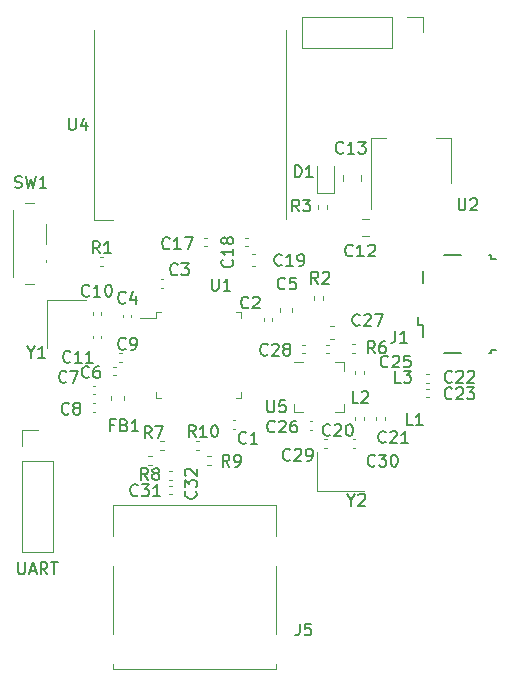
<source format=gbr>
%TF.GenerationSoftware,KiCad,Pcbnew,7.0.8*%
%TF.CreationDate,2023-11-06T16:26:03-06:00*%
%TF.ProjectId,KiCAD Design,4b694341-4420-4446-9573-69676e2e6b69,rev?*%
%TF.SameCoordinates,Original*%
%TF.FileFunction,Legend,Top*%
%TF.FilePolarity,Positive*%
%FSLAX46Y46*%
G04 Gerber Fmt 4.6, Leading zero omitted, Abs format (unit mm)*
G04 Created by KiCad (PCBNEW 7.0.8) date 2023-11-06 16:26:03*
%MOMM*%
%LPD*%
G01*
G04 APERTURE LIST*
%ADD10C,0.153000*%
%ADD11C,0.120000*%
%ADD12C,0.150000*%
G04 APERTURE END LIST*
D10*
X144588752Y-116869663D02*
X144588752Y-117679186D01*
X144588752Y-117679186D02*
X144636371Y-117774424D01*
X144636371Y-117774424D02*
X144683990Y-117822044D01*
X144683990Y-117822044D02*
X144779228Y-117869663D01*
X144779228Y-117869663D02*
X144969704Y-117869663D01*
X144969704Y-117869663D02*
X145064942Y-117822044D01*
X145064942Y-117822044D02*
X145112561Y-117774424D01*
X145112561Y-117774424D02*
X145160180Y-117679186D01*
X145160180Y-117679186D02*
X145160180Y-116869663D01*
X145588752Y-117583948D02*
X146064942Y-117583948D01*
X145493514Y-117869663D02*
X145826847Y-116869663D01*
X145826847Y-116869663D02*
X146160180Y-117869663D01*
X147064942Y-117869663D02*
X146731609Y-117393472D01*
X146493514Y-117869663D02*
X146493514Y-116869663D01*
X146493514Y-116869663D02*
X146874466Y-116869663D01*
X146874466Y-116869663D02*
X146969704Y-116917282D01*
X146969704Y-116917282D02*
X147017323Y-116964901D01*
X147017323Y-116964901D02*
X147064942Y-117060139D01*
X147064942Y-117060139D02*
X147064942Y-117202996D01*
X147064942Y-117202996D02*
X147017323Y-117298234D01*
X147017323Y-117298234D02*
X146969704Y-117345853D01*
X146969704Y-117345853D02*
X146874466Y-117393472D01*
X146874466Y-117393472D02*
X146493514Y-117393472D01*
X147350657Y-116869663D02*
X147922085Y-116869663D01*
X147636371Y-117869663D02*
X147636371Y-116869663D01*
X174807142Y-108659424D02*
X174759523Y-108707044D01*
X174759523Y-108707044D02*
X174616666Y-108754663D01*
X174616666Y-108754663D02*
X174521428Y-108754663D01*
X174521428Y-108754663D02*
X174378571Y-108707044D01*
X174378571Y-108707044D02*
X174283333Y-108611805D01*
X174283333Y-108611805D02*
X174235714Y-108516567D01*
X174235714Y-108516567D02*
X174188095Y-108326091D01*
X174188095Y-108326091D02*
X174188095Y-108183234D01*
X174188095Y-108183234D02*
X174235714Y-107992758D01*
X174235714Y-107992758D02*
X174283333Y-107897520D01*
X174283333Y-107897520D02*
X174378571Y-107802282D01*
X174378571Y-107802282D02*
X174521428Y-107754663D01*
X174521428Y-107754663D02*
X174616666Y-107754663D01*
X174616666Y-107754663D02*
X174759523Y-107802282D01*
X174759523Y-107802282D02*
X174807142Y-107849901D01*
X175140476Y-107754663D02*
X175759523Y-107754663D01*
X175759523Y-107754663D02*
X175426190Y-108135615D01*
X175426190Y-108135615D02*
X175569047Y-108135615D01*
X175569047Y-108135615D02*
X175664285Y-108183234D01*
X175664285Y-108183234D02*
X175711904Y-108230853D01*
X175711904Y-108230853D02*
X175759523Y-108326091D01*
X175759523Y-108326091D02*
X175759523Y-108564186D01*
X175759523Y-108564186D02*
X175711904Y-108659424D01*
X175711904Y-108659424D02*
X175664285Y-108707044D01*
X175664285Y-108707044D02*
X175569047Y-108754663D01*
X175569047Y-108754663D02*
X175283333Y-108754663D01*
X175283333Y-108754663D02*
X175188095Y-108707044D01*
X175188095Y-108707044D02*
X175140476Y-108659424D01*
X176378571Y-107754663D02*
X176473809Y-107754663D01*
X176473809Y-107754663D02*
X176569047Y-107802282D01*
X176569047Y-107802282D02*
X176616666Y-107849901D01*
X176616666Y-107849901D02*
X176664285Y-107945139D01*
X176664285Y-107945139D02*
X176711904Y-108135615D01*
X176711904Y-108135615D02*
X176711904Y-108373710D01*
X176711904Y-108373710D02*
X176664285Y-108564186D01*
X176664285Y-108564186D02*
X176616666Y-108659424D01*
X176616666Y-108659424D02*
X176569047Y-108707044D01*
X176569047Y-108707044D02*
X176473809Y-108754663D01*
X176473809Y-108754663D02*
X176378571Y-108754663D01*
X176378571Y-108754663D02*
X176283333Y-108707044D01*
X176283333Y-108707044D02*
X176235714Y-108659424D01*
X176235714Y-108659424D02*
X176188095Y-108564186D01*
X176188095Y-108564186D02*
X176140476Y-108373710D01*
X176140476Y-108373710D02*
X176140476Y-108135615D01*
X176140476Y-108135615D02*
X176188095Y-107945139D01*
X176188095Y-107945139D02*
X176235714Y-107849901D01*
X176235714Y-107849901D02*
X176283333Y-107802282D01*
X176283333Y-107802282D02*
X176378571Y-107754663D01*
X166907142Y-91659424D02*
X166859523Y-91707044D01*
X166859523Y-91707044D02*
X166716666Y-91754663D01*
X166716666Y-91754663D02*
X166621428Y-91754663D01*
X166621428Y-91754663D02*
X166478571Y-91707044D01*
X166478571Y-91707044D02*
X166383333Y-91611805D01*
X166383333Y-91611805D02*
X166335714Y-91516567D01*
X166335714Y-91516567D02*
X166288095Y-91326091D01*
X166288095Y-91326091D02*
X166288095Y-91183234D01*
X166288095Y-91183234D02*
X166335714Y-90992758D01*
X166335714Y-90992758D02*
X166383333Y-90897520D01*
X166383333Y-90897520D02*
X166478571Y-90802282D01*
X166478571Y-90802282D02*
X166621428Y-90754663D01*
X166621428Y-90754663D02*
X166716666Y-90754663D01*
X166716666Y-90754663D02*
X166859523Y-90802282D01*
X166859523Y-90802282D02*
X166907142Y-90849901D01*
X167859523Y-91754663D02*
X167288095Y-91754663D01*
X167573809Y-91754663D02*
X167573809Y-90754663D01*
X167573809Y-90754663D02*
X167478571Y-90897520D01*
X167478571Y-90897520D02*
X167383333Y-90992758D01*
X167383333Y-90992758D02*
X167288095Y-91040377D01*
X168335714Y-91754663D02*
X168526190Y-91754663D01*
X168526190Y-91754663D02*
X168621428Y-91707044D01*
X168621428Y-91707044D02*
X168669047Y-91659424D01*
X168669047Y-91659424D02*
X168764285Y-91516567D01*
X168764285Y-91516567D02*
X168811904Y-91326091D01*
X168811904Y-91326091D02*
X168811904Y-90945139D01*
X168811904Y-90945139D02*
X168764285Y-90849901D01*
X168764285Y-90849901D02*
X168716666Y-90802282D01*
X168716666Y-90802282D02*
X168621428Y-90754663D01*
X168621428Y-90754663D02*
X168430952Y-90754663D01*
X168430952Y-90754663D02*
X168335714Y-90802282D01*
X168335714Y-90802282D02*
X168288095Y-90849901D01*
X168288095Y-90849901D02*
X168240476Y-90945139D01*
X168240476Y-90945139D02*
X168240476Y-91183234D01*
X168240476Y-91183234D02*
X168288095Y-91278472D01*
X168288095Y-91278472D02*
X168335714Y-91326091D01*
X168335714Y-91326091D02*
X168430952Y-91373710D01*
X168430952Y-91373710D02*
X168621428Y-91373710D01*
X168621428Y-91373710D02*
X168716666Y-91326091D01*
X168716666Y-91326091D02*
X168764285Y-91278472D01*
X168764285Y-91278472D02*
X168811904Y-91183234D01*
X181307142Y-101559424D02*
X181259523Y-101607044D01*
X181259523Y-101607044D02*
X181116666Y-101654663D01*
X181116666Y-101654663D02*
X181021428Y-101654663D01*
X181021428Y-101654663D02*
X180878571Y-101607044D01*
X180878571Y-101607044D02*
X180783333Y-101511805D01*
X180783333Y-101511805D02*
X180735714Y-101416567D01*
X180735714Y-101416567D02*
X180688095Y-101226091D01*
X180688095Y-101226091D02*
X180688095Y-101083234D01*
X180688095Y-101083234D02*
X180735714Y-100892758D01*
X180735714Y-100892758D02*
X180783333Y-100797520D01*
X180783333Y-100797520D02*
X180878571Y-100702282D01*
X180878571Y-100702282D02*
X181021428Y-100654663D01*
X181021428Y-100654663D02*
X181116666Y-100654663D01*
X181116666Y-100654663D02*
X181259523Y-100702282D01*
X181259523Y-100702282D02*
X181307142Y-100749901D01*
X181688095Y-100749901D02*
X181735714Y-100702282D01*
X181735714Y-100702282D02*
X181830952Y-100654663D01*
X181830952Y-100654663D02*
X182069047Y-100654663D01*
X182069047Y-100654663D02*
X182164285Y-100702282D01*
X182164285Y-100702282D02*
X182211904Y-100749901D01*
X182211904Y-100749901D02*
X182259523Y-100845139D01*
X182259523Y-100845139D02*
X182259523Y-100940377D01*
X182259523Y-100940377D02*
X182211904Y-101083234D01*
X182211904Y-101083234D02*
X181640476Y-101654663D01*
X181640476Y-101654663D02*
X182259523Y-101654663D01*
X182640476Y-100749901D02*
X182688095Y-100702282D01*
X182688095Y-100702282D02*
X182783333Y-100654663D01*
X182783333Y-100654663D02*
X183021428Y-100654663D01*
X183021428Y-100654663D02*
X183116666Y-100702282D01*
X183116666Y-100702282D02*
X183164285Y-100749901D01*
X183164285Y-100749901D02*
X183211904Y-100845139D01*
X183211904Y-100845139D02*
X183211904Y-100940377D01*
X183211904Y-100940377D02*
X183164285Y-101083234D01*
X183164285Y-101083234D02*
X182592857Y-101654663D01*
X182592857Y-101654663D02*
X183211904Y-101654663D01*
X158083333Y-92459424D02*
X158035714Y-92507044D01*
X158035714Y-92507044D02*
X157892857Y-92554663D01*
X157892857Y-92554663D02*
X157797619Y-92554663D01*
X157797619Y-92554663D02*
X157654762Y-92507044D01*
X157654762Y-92507044D02*
X157559524Y-92411805D01*
X157559524Y-92411805D02*
X157511905Y-92316567D01*
X157511905Y-92316567D02*
X157464286Y-92126091D01*
X157464286Y-92126091D02*
X157464286Y-91983234D01*
X157464286Y-91983234D02*
X157511905Y-91792758D01*
X157511905Y-91792758D02*
X157559524Y-91697520D01*
X157559524Y-91697520D02*
X157654762Y-91602282D01*
X157654762Y-91602282D02*
X157797619Y-91554663D01*
X157797619Y-91554663D02*
X157892857Y-91554663D01*
X157892857Y-91554663D02*
X158035714Y-91602282D01*
X158035714Y-91602282D02*
X158083333Y-91649901D01*
X158416667Y-91554663D02*
X159035714Y-91554663D01*
X159035714Y-91554663D02*
X158702381Y-91935615D01*
X158702381Y-91935615D02*
X158845238Y-91935615D01*
X158845238Y-91935615D02*
X158940476Y-91983234D01*
X158940476Y-91983234D02*
X158988095Y-92030853D01*
X158988095Y-92030853D02*
X159035714Y-92126091D01*
X159035714Y-92126091D02*
X159035714Y-92364186D01*
X159035714Y-92364186D02*
X158988095Y-92459424D01*
X158988095Y-92459424D02*
X158940476Y-92507044D01*
X158940476Y-92507044D02*
X158845238Y-92554663D01*
X158845238Y-92554663D02*
X158559524Y-92554663D01*
X158559524Y-92554663D02*
X158464286Y-92507044D01*
X158464286Y-92507044D02*
X158416667Y-92459424D01*
X148888095Y-79254663D02*
X148888095Y-80064186D01*
X148888095Y-80064186D02*
X148935714Y-80159424D01*
X148935714Y-80159424D02*
X148983333Y-80207044D01*
X148983333Y-80207044D02*
X149078571Y-80254663D01*
X149078571Y-80254663D02*
X149269047Y-80254663D01*
X149269047Y-80254663D02*
X149364285Y-80207044D01*
X149364285Y-80207044D02*
X149411904Y-80159424D01*
X149411904Y-80159424D02*
X149459523Y-80064186D01*
X149459523Y-80064186D02*
X149459523Y-79254663D01*
X150364285Y-79587996D02*
X150364285Y-80254663D01*
X150126190Y-79207044D02*
X149888095Y-79921329D01*
X149888095Y-79921329D02*
X150507142Y-79921329D01*
X181888095Y-86054663D02*
X181888095Y-86864186D01*
X181888095Y-86864186D02*
X181935714Y-86959424D01*
X181935714Y-86959424D02*
X181983333Y-87007044D01*
X181983333Y-87007044D02*
X182078571Y-87054663D01*
X182078571Y-87054663D02*
X182269047Y-87054663D01*
X182269047Y-87054663D02*
X182364285Y-87007044D01*
X182364285Y-87007044D02*
X182411904Y-86959424D01*
X182411904Y-86959424D02*
X182459523Y-86864186D01*
X182459523Y-86864186D02*
X182459523Y-86054663D01*
X182888095Y-86149901D02*
X182935714Y-86102282D01*
X182935714Y-86102282D02*
X183030952Y-86054663D01*
X183030952Y-86054663D02*
X183269047Y-86054663D01*
X183269047Y-86054663D02*
X183364285Y-86102282D01*
X183364285Y-86102282D02*
X183411904Y-86149901D01*
X183411904Y-86149901D02*
X183459523Y-86245139D01*
X183459523Y-86245139D02*
X183459523Y-86340377D01*
X183459523Y-86340377D02*
X183411904Y-86483234D01*
X183411904Y-86483234D02*
X182840476Y-87054663D01*
X182840476Y-87054663D02*
X183459523Y-87054663D01*
X151493333Y-90684663D02*
X151160000Y-90208472D01*
X150921905Y-90684663D02*
X150921905Y-89684663D01*
X150921905Y-89684663D02*
X151302857Y-89684663D01*
X151302857Y-89684663D02*
X151398095Y-89732282D01*
X151398095Y-89732282D02*
X151445714Y-89779901D01*
X151445714Y-89779901D02*
X151493333Y-89875139D01*
X151493333Y-89875139D02*
X151493333Y-90017996D01*
X151493333Y-90017996D02*
X151445714Y-90113234D01*
X151445714Y-90113234D02*
X151398095Y-90160853D01*
X151398095Y-90160853D02*
X151302857Y-90208472D01*
X151302857Y-90208472D02*
X150921905Y-90208472D01*
X152445714Y-90684663D02*
X151874286Y-90684663D01*
X152160000Y-90684663D02*
X152160000Y-89684663D01*
X152160000Y-89684663D02*
X152064762Y-89827520D01*
X152064762Y-89827520D02*
X151969524Y-89922758D01*
X151969524Y-89922758D02*
X151874286Y-89970377D01*
X155583333Y-109874663D02*
X155250000Y-109398472D01*
X155011905Y-109874663D02*
X155011905Y-108874663D01*
X155011905Y-108874663D02*
X155392857Y-108874663D01*
X155392857Y-108874663D02*
X155488095Y-108922282D01*
X155488095Y-108922282D02*
X155535714Y-108969901D01*
X155535714Y-108969901D02*
X155583333Y-109065139D01*
X155583333Y-109065139D02*
X155583333Y-109207996D01*
X155583333Y-109207996D02*
X155535714Y-109303234D01*
X155535714Y-109303234D02*
X155488095Y-109350853D01*
X155488095Y-109350853D02*
X155392857Y-109398472D01*
X155392857Y-109398472D02*
X155011905Y-109398472D01*
X156154762Y-109303234D02*
X156059524Y-109255615D01*
X156059524Y-109255615D02*
X156011905Y-109207996D01*
X156011905Y-109207996D02*
X155964286Y-109112758D01*
X155964286Y-109112758D02*
X155964286Y-109065139D01*
X155964286Y-109065139D02*
X156011905Y-108969901D01*
X156011905Y-108969901D02*
X156059524Y-108922282D01*
X156059524Y-108922282D02*
X156154762Y-108874663D01*
X156154762Y-108874663D02*
X156345238Y-108874663D01*
X156345238Y-108874663D02*
X156440476Y-108922282D01*
X156440476Y-108922282D02*
X156488095Y-108969901D01*
X156488095Y-108969901D02*
X156535714Y-109065139D01*
X156535714Y-109065139D02*
X156535714Y-109112758D01*
X156535714Y-109112758D02*
X156488095Y-109207996D01*
X156488095Y-109207996D02*
X156440476Y-109255615D01*
X156440476Y-109255615D02*
X156345238Y-109303234D01*
X156345238Y-109303234D02*
X156154762Y-109303234D01*
X156154762Y-109303234D02*
X156059524Y-109350853D01*
X156059524Y-109350853D02*
X156011905Y-109398472D01*
X156011905Y-109398472D02*
X155964286Y-109493710D01*
X155964286Y-109493710D02*
X155964286Y-109684186D01*
X155964286Y-109684186D02*
X156011905Y-109779424D01*
X156011905Y-109779424D02*
X156059524Y-109827044D01*
X156059524Y-109827044D02*
X156154762Y-109874663D01*
X156154762Y-109874663D02*
X156345238Y-109874663D01*
X156345238Y-109874663D02*
X156440476Y-109827044D01*
X156440476Y-109827044D02*
X156488095Y-109779424D01*
X156488095Y-109779424D02*
X156535714Y-109684186D01*
X156535714Y-109684186D02*
X156535714Y-109493710D01*
X156535714Y-109493710D02*
X156488095Y-109398472D01*
X156488095Y-109398472D02*
X156440476Y-109350853D01*
X156440476Y-109350853D02*
X156345238Y-109303234D01*
X172907142Y-90859424D02*
X172859523Y-90907044D01*
X172859523Y-90907044D02*
X172716666Y-90954663D01*
X172716666Y-90954663D02*
X172621428Y-90954663D01*
X172621428Y-90954663D02*
X172478571Y-90907044D01*
X172478571Y-90907044D02*
X172383333Y-90811805D01*
X172383333Y-90811805D02*
X172335714Y-90716567D01*
X172335714Y-90716567D02*
X172288095Y-90526091D01*
X172288095Y-90526091D02*
X172288095Y-90383234D01*
X172288095Y-90383234D02*
X172335714Y-90192758D01*
X172335714Y-90192758D02*
X172383333Y-90097520D01*
X172383333Y-90097520D02*
X172478571Y-90002282D01*
X172478571Y-90002282D02*
X172621428Y-89954663D01*
X172621428Y-89954663D02*
X172716666Y-89954663D01*
X172716666Y-89954663D02*
X172859523Y-90002282D01*
X172859523Y-90002282D02*
X172907142Y-90049901D01*
X173859523Y-90954663D02*
X173288095Y-90954663D01*
X173573809Y-90954663D02*
X173573809Y-89954663D01*
X173573809Y-89954663D02*
X173478571Y-90097520D01*
X173478571Y-90097520D02*
X173383333Y-90192758D01*
X173383333Y-90192758D02*
X173288095Y-90240377D01*
X174240476Y-90049901D02*
X174288095Y-90002282D01*
X174288095Y-90002282D02*
X174383333Y-89954663D01*
X174383333Y-89954663D02*
X174621428Y-89954663D01*
X174621428Y-89954663D02*
X174716666Y-90002282D01*
X174716666Y-90002282D02*
X174764285Y-90049901D01*
X174764285Y-90049901D02*
X174811904Y-90145139D01*
X174811904Y-90145139D02*
X174811904Y-90240377D01*
X174811904Y-90240377D02*
X174764285Y-90383234D01*
X174764285Y-90383234D02*
X174192857Y-90954663D01*
X174192857Y-90954663D02*
X174811904Y-90954663D01*
X145673809Y-99078472D02*
X145673809Y-99554663D01*
X145340476Y-98554663D02*
X145673809Y-99078472D01*
X145673809Y-99078472D02*
X146007142Y-98554663D01*
X146864285Y-99554663D02*
X146292857Y-99554663D01*
X146578571Y-99554663D02*
X146578571Y-98554663D01*
X146578571Y-98554663D02*
X146483333Y-98697520D01*
X146483333Y-98697520D02*
X146388095Y-98792758D01*
X146388095Y-98792758D02*
X146292857Y-98840377D01*
X150583333Y-101159424D02*
X150535714Y-101207044D01*
X150535714Y-101207044D02*
X150392857Y-101254663D01*
X150392857Y-101254663D02*
X150297619Y-101254663D01*
X150297619Y-101254663D02*
X150154762Y-101207044D01*
X150154762Y-101207044D02*
X150059524Y-101111805D01*
X150059524Y-101111805D02*
X150011905Y-101016567D01*
X150011905Y-101016567D02*
X149964286Y-100826091D01*
X149964286Y-100826091D02*
X149964286Y-100683234D01*
X149964286Y-100683234D02*
X150011905Y-100492758D01*
X150011905Y-100492758D02*
X150059524Y-100397520D01*
X150059524Y-100397520D02*
X150154762Y-100302282D01*
X150154762Y-100302282D02*
X150297619Y-100254663D01*
X150297619Y-100254663D02*
X150392857Y-100254663D01*
X150392857Y-100254663D02*
X150535714Y-100302282D01*
X150535714Y-100302282D02*
X150583333Y-100349901D01*
X151440476Y-100254663D02*
X151250000Y-100254663D01*
X151250000Y-100254663D02*
X151154762Y-100302282D01*
X151154762Y-100302282D02*
X151107143Y-100349901D01*
X151107143Y-100349901D02*
X151011905Y-100492758D01*
X151011905Y-100492758D02*
X150964286Y-100683234D01*
X150964286Y-100683234D02*
X150964286Y-101064186D01*
X150964286Y-101064186D02*
X151011905Y-101159424D01*
X151011905Y-101159424D02*
X151059524Y-101207044D01*
X151059524Y-101207044D02*
X151154762Y-101254663D01*
X151154762Y-101254663D02*
X151345238Y-101254663D01*
X151345238Y-101254663D02*
X151440476Y-101207044D01*
X151440476Y-101207044D02*
X151488095Y-101159424D01*
X151488095Y-101159424D02*
X151535714Y-101064186D01*
X151535714Y-101064186D02*
X151535714Y-100826091D01*
X151535714Y-100826091D02*
X151488095Y-100730853D01*
X151488095Y-100730853D02*
X151440476Y-100683234D01*
X151440476Y-100683234D02*
X151345238Y-100635615D01*
X151345238Y-100635615D02*
X151154762Y-100635615D01*
X151154762Y-100635615D02*
X151059524Y-100683234D01*
X151059524Y-100683234D02*
X151011905Y-100730853D01*
X151011905Y-100730853D02*
X150964286Y-100826091D01*
X175707142Y-106659424D02*
X175659523Y-106707044D01*
X175659523Y-106707044D02*
X175516666Y-106754663D01*
X175516666Y-106754663D02*
X175421428Y-106754663D01*
X175421428Y-106754663D02*
X175278571Y-106707044D01*
X175278571Y-106707044D02*
X175183333Y-106611805D01*
X175183333Y-106611805D02*
X175135714Y-106516567D01*
X175135714Y-106516567D02*
X175088095Y-106326091D01*
X175088095Y-106326091D02*
X175088095Y-106183234D01*
X175088095Y-106183234D02*
X175135714Y-105992758D01*
X175135714Y-105992758D02*
X175183333Y-105897520D01*
X175183333Y-105897520D02*
X175278571Y-105802282D01*
X175278571Y-105802282D02*
X175421428Y-105754663D01*
X175421428Y-105754663D02*
X175516666Y-105754663D01*
X175516666Y-105754663D02*
X175659523Y-105802282D01*
X175659523Y-105802282D02*
X175707142Y-105849901D01*
X176088095Y-105849901D02*
X176135714Y-105802282D01*
X176135714Y-105802282D02*
X176230952Y-105754663D01*
X176230952Y-105754663D02*
X176469047Y-105754663D01*
X176469047Y-105754663D02*
X176564285Y-105802282D01*
X176564285Y-105802282D02*
X176611904Y-105849901D01*
X176611904Y-105849901D02*
X176659523Y-105945139D01*
X176659523Y-105945139D02*
X176659523Y-106040377D01*
X176659523Y-106040377D02*
X176611904Y-106183234D01*
X176611904Y-106183234D02*
X176040476Y-106754663D01*
X176040476Y-106754663D02*
X176659523Y-106754663D01*
X177611904Y-106754663D02*
X177040476Y-106754663D01*
X177326190Y-106754663D02*
X177326190Y-105754663D01*
X177326190Y-105754663D02*
X177230952Y-105897520D01*
X177230952Y-105897520D02*
X177135714Y-105992758D01*
X177135714Y-105992758D02*
X177040476Y-106040377D01*
X160988095Y-92854663D02*
X160988095Y-93664186D01*
X160988095Y-93664186D02*
X161035714Y-93759424D01*
X161035714Y-93759424D02*
X161083333Y-93807044D01*
X161083333Y-93807044D02*
X161178571Y-93854663D01*
X161178571Y-93854663D02*
X161369047Y-93854663D01*
X161369047Y-93854663D02*
X161464285Y-93807044D01*
X161464285Y-93807044D02*
X161511904Y-93759424D01*
X161511904Y-93759424D02*
X161559523Y-93664186D01*
X161559523Y-93664186D02*
X161559523Y-92854663D01*
X162559523Y-93854663D02*
X161988095Y-93854663D01*
X162273809Y-93854663D02*
X162273809Y-92854663D01*
X162273809Y-92854663D02*
X162178571Y-92997520D01*
X162178571Y-92997520D02*
X162083333Y-93092758D01*
X162083333Y-93092758D02*
X161988095Y-93140377D01*
X164083333Y-95259424D02*
X164035714Y-95307044D01*
X164035714Y-95307044D02*
X163892857Y-95354663D01*
X163892857Y-95354663D02*
X163797619Y-95354663D01*
X163797619Y-95354663D02*
X163654762Y-95307044D01*
X163654762Y-95307044D02*
X163559524Y-95211805D01*
X163559524Y-95211805D02*
X163511905Y-95116567D01*
X163511905Y-95116567D02*
X163464286Y-94926091D01*
X163464286Y-94926091D02*
X163464286Y-94783234D01*
X163464286Y-94783234D02*
X163511905Y-94592758D01*
X163511905Y-94592758D02*
X163559524Y-94497520D01*
X163559524Y-94497520D02*
X163654762Y-94402282D01*
X163654762Y-94402282D02*
X163797619Y-94354663D01*
X163797619Y-94354663D02*
X163892857Y-94354663D01*
X163892857Y-94354663D02*
X164035714Y-94402282D01*
X164035714Y-94402282D02*
X164083333Y-94449901D01*
X164464286Y-94449901D02*
X164511905Y-94402282D01*
X164511905Y-94402282D02*
X164607143Y-94354663D01*
X164607143Y-94354663D02*
X164845238Y-94354663D01*
X164845238Y-94354663D02*
X164940476Y-94402282D01*
X164940476Y-94402282D02*
X164988095Y-94449901D01*
X164988095Y-94449901D02*
X165035714Y-94545139D01*
X165035714Y-94545139D02*
X165035714Y-94640377D01*
X165035714Y-94640377D02*
X164988095Y-94783234D01*
X164988095Y-94783234D02*
X164416667Y-95354663D01*
X164416667Y-95354663D02*
X165035714Y-95354663D01*
X168416666Y-122054663D02*
X168416666Y-122768948D01*
X168416666Y-122768948D02*
X168369047Y-122911805D01*
X168369047Y-122911805D02*
X168273809Y-123007044D01*
X168273809Y-123007044D02*
X168130952Y-123054663D01*
X168130952Y-123054663D02*
X168035714Y-123054663D01*
X169369047Y-122054663D02*
X168892857Y-122054663D01*
X168892857Y-122054663D02*
X168845238Y-122530853D01*
X168845238Y-122530853D02*
X168892857Y-122483234D01*
X168892857Y-122483234D02*
X168988095Y-122435615D01*
X168988095Y-122435615D02*
X169226190Y-122435615D01*
X169226190Y-122435615D02*
X169321428Y-122483234D01*
X169321428Y-122483234D02*
X169369047Y-122530853D01*
X169369047Y-122530853D02*
X169416666Y-122626091D01*
X169416666Y-122626091D02*
X169416666Y-122864186D01*
X169416666Y-122864186D02*
X169369047Y-122959424D01*
X169369047Y-122959424D02*
X169321428Y-123007044D01*
X169321428Y-123007044D02*
X169226190Y-123054663D01*
X169226190Y-123054663D02*
X168988095Y-123054663D01*
X168988095Y-123054663D02*
X168892857Y-123007044D01*
X168892857Y-123007044D02*
X168845238Y-122959424D01*
X165688095Y-103154663D02*
X165688095Y-103964186D01*
X165688095Y-103964186D02*
X165735714Y-104059424D01*
X165735714Y-104059424D02*
X165783333Y-104107044D01*
X165783333Y-104107044D02*
X165878571Y-104154663D01*
X165878571Y-104154663D02*
X166069047Y-104154663D01*
X166069047Y-104154663D02*
X166164285Y-104107044D01*
X166164285Y-104107044D02*
X166211904Y-104059424D01*
X166211904Y-104059424D02*
X166259523Y-103964186D01*
X166259523Y-103964186D02*
X166259523Y-103154663D01*
X167211904Y-103154663D02*
X166735714Y-103154663D01*
X166735714Y-103154663D02*
X166688095Y-103630853D01*
X166688095Y-103630853D02*
X166735714Y-103583234D01*
X166735714Y-103583234D02*
X166830952Y-103535615D01*
X166830952Y-103535615D02*
X167069047Y-103535615D01*
X167069047Y-103535615D02*
X167164285Y-103583234D01*
X167164285Y-103583234D02*
X167211904Y-103630853D01*
X167211904Y-103630853D02*
X167259523Y-103726091D01*
X167259523Y-103726091D02*
X167259523Y-103964186D01*
X167259523Y-103964186D02*
X167211904Y-104059424D01*
X167211904Y-104059424D02*
X167164285Y-104107044D01*
X167164285Y-104107044D02*
X167069047Y-104154663D01*
X167069047Y-104154663D02*
X166830952Y-104154663D01*
X166830952Y-104154663D02*
X166735714Y-104107044D01*
X166735714Y-104107044D02*
X166688095Y-104059424D01*
X176983333Y-101654663D02*
X176507143Y-101654663D01*
X176507143Y-101654663D02*
X176507143Y-100654663D01*
X177221429Y-100654663D02*
X177840476Y-100654663D01*
X177840476Y-100654663D02*
X177507143Y-101035615D01*
X177507143Y-101035615D02*
X177650000Y-101035615D01*
X177650000Y-101035615D02*
X177745238Y-101083234D01*
X177745238Y-101083234D02*
X177792857Y-101130853D01*
X177792857Y-101130853D02*
X177840476Y-101226091D01*
X177840476Y-101226091D02*
X177840476Y-101464186D01*
X177840476Y-101464186D02*
X177792857Y-101559424D01*
X177792857Y-101559424D02*
X177745238Y-101607044D01*
X177745238Y-101607044D02*
X177650000Y-101654663D01*
X177650000Y-101654663D02*
X177364286Y-101654663D01*
X177364286Y-101654663D02*
X177269048Y-101607044D01*
X177269048Y-101607044D02*
X177221429Y-101559424D01*
X144316667Y-85107044D02*
X144459524Y-85154663D01*
X144459524Y-85154663D02*
X144697619Y-85154663D01*
X144697619Y-85154663D02*
X144792857Y-85107044D01*
X144792857Y-85107044D02*
X144840476Y-85059424D01*
X144840476Y-85059424D02*
X144888095Y-84964186D01*
X144888095Y-84964186D02*
X144888095Y-84868948D01*
X144888095Y-84868948D02*
X144840476Y-84773710D01*
X144840476Y-84773710D02*
X144792857Y-84726091D01*
X144792857Y-84726091D02*
X144697619Y-84678472D01*
X144697619Y-84678472D02*
X144507143Y-84630853D01*
X144507143Y-84630853D02*
X144411905Y-84583234D01*
X144411905Y-84583234D02*
X144364286Y-84535615D01*
X144364286Y-84535615D02*
X144316667Y-84440377D01*
X144316667Y-84440377D02*
X144316667Y-84345139D01*
X144316667Y-84345139D02*
X144364286Y-84249901D01*
X144364286Y-84249901D02*
X144411905Y-84202282D01*
X144411905Y-84202282D02*
X144507143Y-84154663D01*
X144507143Y-84154663D02*
X144745238Y-84154663D01*
X144745238Y-84154663D02*
X144888095Y-84202282D01*
X145221429Y-84154663D02*
X145459524Y-85154663D01*
X145459524Y-85154663D02*
X145650000Y-84440377D01*
X145650000Y-84440377D02*
X145840476Y-85154663D01*
X145840476Y-85154663D02*
X146078572Y-84154663D01*
X146983333Y-85154663D02*
X146411905Y-85154663D01*
X146697619Y-85154663D02*
X146697619Y-84154663D01*
X146697619Y-84154663D02*
X146602381Y-84297520D01*
X146602381Y-84297520D02*
X146507143Y-84392758D01*
X146507143Y-84392758D02*
X146411905Y-84440377D01*
X162483333Y-108754663D02*
X162150000Y-108278472D01*
X161911905Y-108754663D02*
X161911905Y-107754663D01*
X161911905Y-107754663D02*
X162292857Y-107754663D01*
X162292857Y-107754663D02*
X162388095Y-107802282D01*
X162388095Y-107802282D02*
X162435714Y-107849901D01*
X162435714Y-107849901D02*
X162483333Y-107945139D01*
X162483333Y-107945139D02*
X162483333Y-108087996D01*
X162483333Y-108087996D02*
X162435714Y-108183234D01*
X162435714Y-108183234D02*
X162388095Y-108230853D01*
X162388095Y-108230853D02*
X162292857Y-108278472D01*
X162292857Y-108278472D02*
X161911905Y-108278472D01*
X162959524Y-108754663D02*
X163150000Y-108754663D01*
X163150000Y-108754663D02*
X163245238Y-108707044D01*
X163245238Y-108707044D02*
X163292857Y-108659424D01*
X163292857Y-108659424D02*
X163388095Y-108516567D01*
X163388095Y-108516567D02*
X163435714Y-108326091D01*
X163435714Y-108326091D02*
X163435714Y-107945139D01*
X163435714Y-107945139D02*
X163388095Y-107849901D01*
X163388095Y-107849901D02*
X163340476Y-107802282D01*
X163340476Y-107802282D02*
X163245238Y-107754663D01*
X163245238Y-107754663D02*
X163054762Y-107754663D01*
X163054762Y-107754663D02*
X162959524Y-107802282D01*
X162959524Y-107802282D02*
X162911905Y-107849901D01*
X162911905Y-107849901D02*
X162864286Y-107945139D01*
X162864286Y-107945139D02*
X162864286Y-108183234D01*
X162864286Y-108183234D02*
X162911905Y-108278472D01*
X162911905Y-108278472D02*
X162959524Y-108326091D01*
X162959524Y-108326091D02*
X163054762Y-108373710D01*
X163054762Y-108373710D02*
X163245238Y-108373710D01*
X163245238Y-108373710D02*
X163340476Y-108326091D01*
X163340476Y-108326091D02*
X163388095Y-108278472D01*
X163388095Y-108278472D02*
X163435714Y-108183234D01*
X166307142Y-105759424D02*
X166259523Y-105807044D01*
X166259523Y-105807044D02*
X166116666Y-105854663D01*
X166116666Y-105854663D02*
X166021428Y-105854663D01*
X166021428Y-105854663D02*
X165878571Y-105807044D01*
X165878571Y-105807044D02*
X165783333Y-105711805D01*
X165783333Y-105711805D02*
X165735714Y-105616567D01*
X165735714Y-105616567D02*
X165688095Y-105426091D01*
X165688095Y-105426091D02*
X165688095Y-105283234D01*
X165688095Y-105283234D02*
X165735714Y-105092758D01*
X165735714Y-105092758D02*
X165783333Y-104997520D01*
X165783333Y-104997520D02*
X165878571Y-104902282D01*
X165878571Y-104902282D02*
X166021428Y-104854663D01*
X166021428Y-104854663D02*
X166116666Y-104854663D01*
X166116666Y-104854663D02*
X166259523Y-104902282D01*
X166259523Y-104902282D02*
X166307142Y-104949901D01*
X166688095Y-104949901D02*
X166735714Y-104902282D01*
X166735714Y-104902282D02*
X166830952Y-104854663D01*
X166830952Y-104854663D02*
X167069047Y-104854663D01*
X167069047Y-104854663D02*
X167164285Y-104902282D01*
X167164285Y-104902282D02*
X167211904Y-104949901D01*
X167211904Y-104949901D02*
X167259523Y-105045139D01*
X167259523Y-105045139D02*
X167259523Y-105140377D01*
X167259523Y-105140377D02*
X167211904Y-105283234D01*
X167211904Y-105283234D02*
X166640476Y-105854663D01*
X166640476Y-105854663D02*
X167259523Y-105854663D01*
X168116666Y-104854663D02*
X167926190Y-104854663D01*
X167926190Y-104854663D02*
X167830952Y-104902282D01*
X167830952Y-104902282D02*
X167783333Y-104949901D01*
X167783333Y-104949901D02*
X167688095Y-105092758D01*
X167688095Y-105092758D02*
X167640476Y-105283234D01*
X167640476Y-105283234D02*
X167640476Y-105664186D01*
X167640476Y-105664186D02*
X167688095Y-105759424D01*
X167688095Y-105759424D02*
X167735714Y-105807044D01*
X167735714Y-105807044D02*
X167830952Y-105854663D01*
X167830952Y-105854663D02*
X168021428Y-105854663D01*
X168021428Y-105854663D02*
X168116666Y-105807044D01*
X168116666Y-105807044D02*
X168164285Y-105759424D01*
X168164285Y-105759424D02*
X168211904Y-105664186D01*
X168211904Y-105664186D02*
X168211904Y-105426091D01*
X168211904Y-105426091D02*
X168164285Y-105330853D01*
X168164285Y-105330853D02*
X168116666Y-105283234D01*
X168116666Y-105283234D02*
X168021428Y-105235615D01*
X168021428Y-105235615D02*
X167830952Y-105235615D01*
X167830952Y-105235615D02*
X167735714Y-105283234D01*
X167735714Y-105283234D02*
X167688095Y-105330853D01*
X167688095Y-105330853D02*
X167640476Y-105426091D01*
X154707142Y-111159424D02*
X154659523Y-111207044D01*
X154659523Y-111207044D02*
X154516666Y-111254663D01*
X154516666Y-111254663D02*
X154421428Y-111254663D01*
X154421428Y-111254663D02*
X154278571Y-111207044D01*
X154278571Y-111207044D02*
X154183333Y-111111805D01*
X154183333Y-111111805D02*
X154135714Y-111016567D01*
X154135714Y-111016567D02*
X154088095Y-110826091D01*
X154088095Y-110826091D02*
X154088095Y-110683234D01*
X154088095Y-110683234D02*
X154135714Y-110492758D01*
X154135714Y-110492758D02*
X154183333Y-110397520D01*
X154183333Y-110397520D02*
X154278571Y-110302282D01*
X154278571Y-110302282D02*
X154421428Y-110254663D01*
X154421428Y-110254663D02*
X154516666Y-110254663D01*
X154516666Y-110254663D02*
X154659523Y-110302282D01*
X154659523Y-110302282D02*
X154707142Y-110349901D01*
X155040476Y-110254663D02*
X155659523Y-110254663D01*
X155659523Y-110254663D02*
X155326190Y-110635615D01*
X155326190Y-110635615D02*
X155469047Y-110635615D01*
X155469047Y-110635615D02*
X155564285Y-110683234D01*
X155564285Y-110683234D02*
X155611904Y-110730853D01*
X155611904Y-110730853D02*
X155659523Y-110826091D01*
X155659523Y-110826091D02*
X155659523Y-111064186D01*
X155659523Y-111064186D02*
X155611904Y-111159424D01*
X155611904Y-111159424D02*
X155564285Y-111207044D01*
X155564285Y-111207044D02*
X155469047Y-111254663D01*
X155469047Y-111254663D02*
X155183333Y-111254663D01*
X155183333Y-111254663D02*
X155088095Y-111207044D01*
X155088095Y-111207044D02*
X155040476Y-111159424D01*
X156611904Y-111254663D02*
X156040476Y-111254663D01*
X156326190Y-111254663D02*
X156326190Y-110254663D01*
X156326190Y-110254663D02*
X156230952Y-110397520D01*
X156230952Y-110397520D02*
X156135714Y-110492758D01*
X156135714Y-110492758D02*
X156040476Y-110540377D01*
X153683333Y-98759424D02*
X153635714Y-98807044D01*
X153635714Y-98807044D02*
X153492857Y-98854663D01*
X153492857Y-98854663D02*
X153397619Y-98854663D01*
X153397619Y-98854663D02*
X153254762Y-98807044D01*
X153254762Y-98807044D02*
X153159524Y-98711805D01*
X153159524Y-98711805D02*
X153111905Y-98616567D01*
X153111905Y-98616567D02*
X153064286Y-98426091D01*
X153064286Y-98426091D02*
X153064286Y-98283234D01*
X153064286Y-98283234D02*
X153111905Y-98092758D01*
X153111905Y-98092758D02*
X153159524Y-97997520D01*
X153159524Y-97997520D02*
X153254762Y-97902282D01*
X153254762Y-97902282D02*
X153397619Y-97854663D01*
X153397619Y-97854663D02*
X153492857Y-97854663D01*
X153492857Y-97854663D02*
X153635714Y-97902282D01*
X153635714Y-97902282D02*
X153683333Y-97949901D01*
X154159524Y-98854663D02*
X154350000Y-98854663D01*
X154350000Y-98854663D02*
X154445238Y-98807044D01*
X154445238Y-98807044D02*
X154492857Y-98759424D01*
X154492857Y-98759424D02*
X154588095Y-98616567D01*
X154588095Y-98616567D02*
X154635714Y-98426091D01*
X154635714Y-98426091D02*
X154635714Y-98045139D01*
X154635714Y-98045139D02*
X154588095Y-97949901D01*
X154588095Y-97949901D02*
X154540476Y-97902282D01*
X154540476Y-97902282D02*
X154445238Y-97854663D01*
X154445238Y-97854663D02*
X154254762Y-97854663D01*
X154254762Y-97854663D02*
X154159524Y-97902282D01*
X154159524Y-97902282D02*
X154111905Y-97949901D01*
X154111905Y-97949901D02*
X154064286Y-98045139D01*
X154064286Y-98045139D02*
X154064286Y-98283234D01*
X154064286Y-98283234D02*
X154111905Y-98378472D01*
X154111905Y-98378472D02*
X154159524Y-98426091D01*
X154159524Y-98426091D02*
X154254762Y-98473710D01*
X154254762Y-98473710D02*
X154445238Y-98473710D01*
X154445238Y-98473710D02*
X154540476Y-98426091D01*
X154540476Y-98426091D02*
X154588095Y-98378472D01*
X154588095Y-98378472D02*
X154635714Y-98283234D01*
X157407142Y-90259424D02*
X157359523Y-90307044D01*
X157359523Y-90307044D02*
X157216666Y-90354663D01*
X157216666Y-90354663D02*
X157121428Y-90354663D01*
X157121428Y-90354663D02*
X156978571Y-90307044D01*
X156978571Y-90307044D02*
X156883333Y-90211805D01*
X156883333Y-90211805D02*
X156835714Y-90116567D01*
X156835714Y-90116567D02*
X156788095Y-89926091D01*
X156788095Y-89926091D02*
X156788095Y-89783234D01*
X156788095Y-89783234D02*
X156835714Y-89592758D01*
X156835714Y-89592758D02*
X156883333Y-89497520D01*
X156883333Y-89497520D02*
X156978571Y-89402282D01*
X156978571Y-89402282D02*
X157121428Y-89354663D01*
X157121428Y-89354663D02*
X157216666Y-89354663D01*
X157216666Y-89354663D02*
X157359523Y-89402282D01*
X157359523Y-89402282D02*
X157407142Y-89449901D01*
X158359523Y-90354663D02*
X157788095Y-90354663D01*
X158073809Y-90354663D02*
X158073809Y-89354663D01*
X158073809Y-89354663D02*
X157978571Y-89497520D01*
X157978571Y-89497520D02*
X157883333Y-89592758D01*
X157883333Y-89592758D02*
X157788095Y-89640377D01*
X158692857Y-89354663D02*
X159359523Y-89354663D01*
X159359523Y-89354663D02*
X158930952Y-90354663D01*
X148883333Y-104259424D02*
X148835714Y-104307044D01*
X148835714Y-104307044D02*
X148692857Y-104354663D01*
X148692857Y-104354663D02*
X148597619Y-104354663D01*
X148597619Y-104354663D02*
X148454762Y-104307044D01*
X148454762Y-104307044D02*
X148359524Y-104211805D01*
X148359524Y-104211805D02*
X148311905Y-104116567D01*
X148311905Y-104116567D02*
X148264286Y-103926091D01*
X148264286Y-103926091D02*
X148264286Y-103783234D01*
X148264286Y-103783234D02*
X148311905Y-103592758D01*
X148311905Y-103592758D02*
X148359524Y-103497520D01*
X148359524Y-103497520D02*
X148454762Y-103402282D01*
X148454762Y-103402282D02*
X148597619Y-103354663D01*
X148597619Y-103354663D02*
X148692857Y-103354663D01*
X148692857Y-103354663D02*
X148835714Y-103402282D01*
X148835714Y-103402282D02*
X148883333Y-103449901D01*
X149454762Y-103783234D02*
X149359524Y-103735615D01*
X149359524Y-103735615D02*
X149311905Y-103687996D01*
X149311905Y-103687996D02*
X149264286Y-103592758D01*
X149264286Y-103592758D02*
X149264286Y-103545139D01*
X149264286Y-103545139D02*
X149311905Y-103449901D01*
X149311905Y-103449901D02*
X149359524Y-103402282D01*
X149359524Y-103402282D02*
X149454762Y-103354663D01*
X149454762Y-103354663D02*
X149645238Y-103354663D01*
X149645238Y-103354663D02*
X149740476Y-103402282D01*
X149740476Y-103402282D02*
X149788095Y-103449901D01*
X149788095Y-103449901D02*
X149835714Y-103545139D01*
X149835714Y-103545139D02*
X149835714Y-103592758D01*
X149835714Y-103592758D02*
X149788095Y-103687996D01*
X149788095Y-103687996D02*
X149740476Y-103735615D01*
X149740476Y-103735615D02*
X149645238Y-103783234D01*
X149645238Y-103783234D02*
X149454762Y-103783234D01*
X149454762Y-103783234D02*
X149359524Y-103830853D01*
X149359524Y-103830853D02*
X149311905Y-103878472D01*
X149311905Y-103878472D02*
X149264286Y-103973710D01*
X149264286Y-103973710D02*
X149264286Y-104164186D01*
X149264286Y-104164186D02*
X149311905Y-104259424D01*
X149311905Y-104259424D02*
X149359524Y-104307044D01*
X149359524Y-104307044D02*
X149454762Y-104354663D01*
X149454762Y-104354663D02*
X149645238Y-104354663D01*
X149645238Y-104354663D02*
X149740476Y-104307044D01*
X149740476Y-104307044D02*
X149788095Y-104259424D01*
X149788095Y-104259424D02*
X149835714Y-104164186D01*
X149835714Y-104164186D02*
X149835714Y-103973710D01*
X149835714Y-103973710D02*
X149788095Y-103878472D01*
X149788095Y-103878472D02*
X149740476Y-103830853D01*
X149740476Y-103830853D02*
X149645238Y-103783234D01*
X149007142Y-99859424D02*
X148959523Y-99907044D01*
X148959523Y-99907044D02*
X148816666Y-99954663D01*
X148816666Y-99954663D02*
X148721428Y-99954663D01*
X148721428Y-99954663D02*
X148578571Y-99907044D01*
X148578571Y-99907044D02*
X148483333Y-99811805D01*
X148483333Y-99811805D02*
X148435714Y-99716567D01*
X148435714Y-99716567D02*
X148388095Y-99526091D01*
X148388095Y-99526091D02*
X148388095Y-99383234D01*
X148388095Y-99383234D02*
X148435714Y-99192758D01*
X148435714Y-99192758D02*
X148483333Y-99097520D01*
X148483333Y-99097520D02*
X148578571Y-99002282D01*
X148578571Y-99002282D02*
X148721428Y-98954663D01*
X148721428Y-98954663D02*
X148816666Y-98954663D01*
X148816666Y-98954663D02*
X148959523Y-99002282D01*
X148959523Y-99002282D02*
X149007142Y-99049901D01*
X149959523Y-99954663D02*
X149388095Y-99954663D01*
X149673809Y-99954663D02*
X149673809Y-98954663D01*
X149673809Y-98954663D02*
X149578571Y-99097520D01*
X149578571Y-99097520D02*
X149483333Y-99192758D01*
X149483333Y-99192758D02*
X149388095Y-99240377D01*
X150911904Y-99954663D02*
X150340476Y-99954663D01*
X150626190Y-99954663D02*
X150626190Y-98954663D01*
X150626190Y-98954663D02*
X150530952Y-99097520D01*
X150530952Y-99097520D02*
X150435714Y-99192758D01*
X150435714Y-99192758D02*
X150340476Y-99240377D01*
X177983333Y-105254663D02*
X177507143Y-105254663D01*
X177507143Y-105254663D02*
X177507143Y-104254663D01*
X178840476Y-105254663D02*
X178269048Y-105254663D01*
X178554762Y-105254663D02*
X178554762Y-104254663D01*
X178554762Y-104254663D02*
X178459524Y-104397520D01*
X178459524Y-104397520D02*
X178364286Y-104492758D01*
X178364286Y-104492758D02*
X178269048Y-104540377D01*
X168011905Y-84254663D02*
X168011905Y-83254663D01*
X168011905Y-83254663D02*
X168250000Y-83254663D01*
X168250000Y-83254663D02*
X168392857Y-83302282D01*
X168392857Y-83302282D02*
X168488095Y-83397520D01*
X168488095Y-83397520D02*
X168535714Y-83492758D01*
X168535714Y-83492758D02*
X168583333Y-83683234D01*
X168583333Y-83683234D02*
X168583333Y-83826091D01*
X168583333Y-83826091D02*
X168535714Y-84016567D01*
X168535714Y-84016567D02*
X168488095Y-84111805D01*
X168488095Y-84111805D02*
X168392857Y-84207044D01*
X168392857Y-84207044D02*
X168250000Y-84254663D01*
X168250000Y-84254663D02*
X168011905Y-84254663D01*
X169535714Y-84254663D02*
X168964286Y-84254663D01*
X169250000Y-84254663D02*
X169250000Y-83254663D01*
X169250000Y-83254663D02*
X169154762Y-83397520D01*
X169154762Y-83397520D02*
X169059524Y-83492758D01*
X169059524Y-83492758D02*
X168964286Y-83540377D01*
X152716666Y-105230853D02*
X152383333Y-105230853D01*
X152383333Y-105754663D02*
X152383333Y-104754663D01*
X152383333Y-104754663D02*
X152859523Y-104754663D01*
X153573809Y-105230853D02*
X153716666Y-105278472D01*
X153716666Y-105278472D02*
X153764285Y-105326091D01*
X153764285Y-105326091D02*
X153811904Y-105421329D01*
X153811904Y-105421329D02*
X153811904Y-105564186D01*
X153811904Y-105564186D02*
X153764285Y-105659424D01*
X153764285Y-105659424D02*
X153716666Y-105707044D01*
X153716666Y-105707044D02*
X153621428Y-105754663D01*
X153621428Y-105754663D02*
X153240476Y-105754663D01*
X153240476Y-105754663D02*
X153240476Y-104754663D01*
X153240476Y-104754663D02*
X153573809Y-104754663D01*
X153573809Y-104754663D02*
X153669047Y-104802282D01*
X153669047Y-104802282D02*
X153716666Y-104849901D01*
X153716666Y-104849901D02*
X153764285Y-104945139D01*
X153764285Y-104945139D02*
X153764285Y-105040377D01*
X153764285Y-105040377D02*
X153716666Y-105135615D01*
X153716666Y-105135615D02*
X153669047Y-105183234D01*
X153669047Y-105183234D02*
X153573809Y-105230853D01*
X153573809Y-105230853D02*
X153240476Y-105230853D01*
X154764285Y-105754663D02*
X154192857Y-105754663D01*
X154478571Y-105754663D02*
X154478571Y-104754663D01*
X154478571Y-104754663D02*
X154383333Y-104897520D01*
X154383333Y-104897520D02*
X154288095Y-104992758D01*
X154288095Y-104992758D02*
X154192857Y-105040377D01*
X165707142Y-99259424D02*
X165659523Y-99307044D01*
X165659523Y-99307044D02*
X165516666Y-99354663D01*
X165516666Y-99354663D02*
X165421428Y-99354663D01*
X165421428Y-99354663D02*
X165278571Y-99307044D01*
X165278571Y-99307044D02*
X165183333Y-99211805D01*
X165183333Y-99211805D02*
X165135714Y-99116567D01*
X165135714Y-99116567D02*
X165088095Y-98926091D01*
X165088095Y-98926091D02*
X165088095Y-98783234D01*
X165088095Y-98783234D02*
X165135714Y-98592758D01*
X165135714Y-98592758D02*
X165183333Y-98497520D01*
X165183333Y-98497520D02*
X165278571Y-98402282D01*
X165278571Y-98402282D02*
X165421428Y-98354663D01*
X165421428Y-98354663D02*
X165516666Y-98354663D01*
X165516666Y-98354663D02*
X165659523Y-98402282D01*
X165659523Y-98402282D02*
X165707142Y-98449901D01*
X166088095Y-98449901D02*
X166135714Y-98402282D01*
X166135714Y-98402282D02*
X166230952Y-98354663D01*
X166230952Y-98354663D02*
X166469047Y-98354663D01*
X166469047Y-98354663D02*
X166564285Y-98402282D01*
X166564285Y-98402282D02*
X166611904Y-98449901D01*
X166611904Y-98449901D02*
X166659523Y-98545139D01*
X166659523Y-98545139D02*
X166659523Y-98640377D01*
X166659523Y-98640377D02*
X166611904Y-98783234D01*
X166611904Y-98783234D02*
X166040476Y-99354663D01*
X166040476Y-99354663D02*
X166659523Y-99354663D01*
X167230952Y-98783234D02*
X167135714Y-98735615D01*
X167135714Y-98735615D02*
X167088095Y-98687996D01*
X167088095Y-98687996D02*
X167040476Y-98592758D01*
X167040476Y-98592758D02*
X167040476Y-98545139D01*
X167040476Y-98545139D02*
X167088095Y-98449901D01*
X167088095Y-98449901D02*
X167135714Y-98402282D01*
X167135714Y-98402282D02*
X167230952Y-98354663D01*
X167230952Y-98354663D02*
X167421428Y-98354663D01*
X167421428Y-98354663D02*
X167516666Y-98402282D01*
X167516666Y-98402282D02*
X167564285Y-98449901D01*
X167564285Y-98449901D02*
X167611904Y-98545139D01*
X167611904Y-98545139D02*
X167611904Y-98592758D01*
X167611904Y-98592758D02*
X167564285Y-98687996D01*
X167564285Y-98687996D02*
X167516666Y-98735615D01*
X167516666Y-98735615D02*
X167421428Y-98783234D01*
X167421428Y-98783234D02*
X167230952Y-98783234D01*
X167230952Y-98783234D02*
X167135714Y-98830853D01*
X167135714Y-98830853D02*
X167088095Y-98878472D01*
X167088095Y-98878472D02*
X167040476Y-98973710D01*
X167040476Y-98973710D02*
X167040476Y-99164186D01*
X167040476Y-99164186D02*
X167088095Y-99259424D01*
X167088095Y-99259424D02*
X167135714Y-99307044D01*
X167135714Y-99307044D02*
X167230952Y-99354663D01*
X167230952Y-99354663D02*
X167421428Y-99354663D01*
X167421428Y-99354663D02*
X167516666Y-99307044D01*
X167516666Y-99307044D02*
X167564285Y-99259424D01*
X167564285Y-99259424D02*
X167611904Y-99164186D01*
X167611904Y-99164186D02*
X167611904Y-98973710D01*
X167611904Y-98973710D02*
X167564285Y-98878472D01*
X167564285Y-98878472D02*
X167516666Y-98830853D01*
X167516666Y-98830853D02*
X167421428Y-98783234D01*
X171007142Y-106059424D02*
X170959523Y-106107044D01*
X170959523Y-106107044D02*
X170816666Y-106154663D01*
X170816666Y-106154663D02*
X170721428Y-106154663D01*
X170721428Y-106154663D02*
X170578571Y-106107044D01*
X170578571Y-106107044D02*
X170483333Y-106011805D01*
X170483333Y-106011805D02*
X170435714Y-105916567D01*
X170435714Y-105916567D02*
X170388095Y-105726091D01*
X170388095Y-105726091D02*
X170388095Y-105583234D01*
X170388095Y-105583234D02*
X170435714Y-105392758D01*
X170435714Y-105392758D02*
X170483333Y-105297520D01*
X170483333Y-105297520D02*
X170578571Y-105202282D01*
X170578571Y-105202282D02*
X170721428Y-105154663D01*
X170721428Y-105154663D02*
X170816666Y-105154663D01*
X170816666Y-105154663D02*
X170959523Y-105202282D01*
X170959523Y-105202282D02*
X171007142Y-105249901D01*
X171388095Y-105249901D02*
X171435714Y-105202282D01*
X171435714Y-105202282D02*
X171530952Y-105154663D01*
X171530952Y-105154663D02*
X171769047Y-105154663D01*
X171769047Y-105154663D02*
X171864285Y-105202282D01*
X171864285Y-105202282D02*
X171911904Y-105249901D01*
X171911904Y-105249901D02*
X171959523Y-105345139D01*
X171959523Y-105345139D02*
X171959523Y-105440377D01*
X171959523Y-105440377D02*
X171911904Y-105583234D01*
X171911904Y-105583234D02*
X171340476Y-106154663D01*
X171340476Y-106154663D02*
X171959523Y-106154663D01*
X172578571Y-105154663D02*
X172673809Y-105154663D01*
X172673809Y-105154663D02*
X172769047Y-105202282D01*
X172769047Y-105202282D02*
X172816666Y-105249901D01*
X172816666Y-105249901D02*
X172864285Y-105345139D01*
X172864285Y-105345139D02*
X172911904Y-105535615D01*
X172911904Y-105535615D02*
X172911904Y-105773710D01*
X172911904Y-105773710D02*
X172864285Y-105964186D01*
X172864285Y-105964186D02*
X172816666Y-106059424D01*
X172816666Y-106059424D02*
X172769047Y-106107044D01*
X172769047Y-106107044D02*
X172673809Y-106154663D01*
X172673809Y-106154663D02*
X172578571Y-106154663D01*
X172578571Y-106154663D02*
X172483333Y-106107044D01*
X172483333Y-106107044D02*
X172435714Y-106059424D01*
X172435714Y-106059424D02*
X172388095Y-105964186D01*
X172388095Y-105964186D02*
X172340476Y-105773710D01*
X172340476Y-105773710D02*
X172340476Y-105535615D01*
X172340476Y-105535615D02*
X172388095Y-105345139D01*
X172388095Y-105345139D02*
X172435714Y-105249901D01*
X172435714Y-105249901D02*
X172483333Y-105202282D01*
X172483333Y-105202282D02*
X172578571Y-105154663D01*
X173383333Y-103354663D02*
X172907143Y-103354663D01*
X172907143Y-103354663D02*
X172907143Y-102354663D01*
X173669048Y-102449901D02*
X173716667Y-102402282D01*
X173716667Y-102402282D02*
X173811905Y-102354663D01*
X173811905Y-102354663D02*
X174050000Y-102354663D01*
X174050000Y-102354663D02*
X174145238Y-102402282D01*
X174145238Y-102402282D02*
X174192857Y-102449901D01*
X174192857Y-102449901D02*
X174240476Y-102545139D01*
X174240476Y-102545139D02*
X174240476Y-102640377D01*
X174240476Y-102640377D02*
X174192857Y-102783234D01*
X174192857Y-102783234D02*
X173621429Y-103354663D01*
X173621429Y-103354663D02*
X174240476Y-103354663D01*
X172107142Y-82159424D02*
X172059523Y-82207044D01*
X172059523Y-82207044D02*
X171916666Y-82254663D01*
X171916666Y-82254663D02*
X171821428Y-82254663D01*
X171821428Y-82254663D02*
X171678571Y-82207044D01*
X171678571Y-82207044D02*
X171583333Y-82111805D01*
X171583333Y-82111805D02*
X171535714Y-82016567D01*
X171535714Y-82016567D02*
X171488095Y-81826091D01*
X171488095Y-81826091D02*
X171488095Y-81683234D01*
X171488095Y-81683234D02*
X171535714Y-81492758D01*
X171535714Y-81492758D02*
X171583333Y-81397520D01*
X171583333Y-81397520D02*
X171678571Y-81302282D01*
X171678571Y-81302282D02*
X171821428Y-81254663D01*
X171821428Y-81254663D02*
X171916666Y-81254663D01*
X171916666Y-81254663D02*
X172059523Y-81302282D01*
X172059523Y-81302282D02*
X172107142Y-81349901D01*
X173059523Y-82254663D02*
X172488095Y-82254663D01*
X172773809Y-82254663D02*
X172773809Y-81254663D01*
X172773809Y-81254663D02*
X172678571Y-81397520D01*
X172678571Y-81397520D02*
X172583333Y-81492758D01*
X172583333Y-81492758D02*
X172488095Y-81540377D01*
X173392857Y-81254663D02*
X174011904Y-81254663D01*
X174011904Y-81254663D02*
X173678571Y-81635615D01*
X173678571Y-81635615D02*
X173821428Y-81635615D01*
X173821428Y-81635615D02*
X173916666Y-81683234D01*
X173916666Y-81683234D02*
X173964285Y-81730853D01*
X173964285Y-81730853D02*
X174011904Y-81826091D01*
X174011904Y-81826091D02*
X174011904Y-82064186D01*
X174011904Y-82064186D02*
X173964285Y-82159424D01*
X173964285Y-82159424D02*
X173916666Y-82207044D01*
X173916666Y-82207044D02*
X173821428Y-82254663D01*
X173821428Y-82254663D02*
X173535714Y-82254663D01*
X173535714Y-82254663D02*
X173440476Y-82207044D01*
X173440476Y-82207044D02*
X173392857Y-82159424D01*
X159609424Y-110842857D02*
X159657044Y-110890476D01*
X159657044Y-110890476D02*
X159704663Y-111033333D01*
X159704663Y-111033333D02*
X159704663Y-111128571D01*
X159704663Y-111128571D02*
X159657044Y-111271428D01*
X159657044Y-111271428D02*
X159561805Y-111366666D01*
X159561805Y-111366666D02*
X159466567Y-111414285D01*
X159466567Y-111414285D02*
X159276091Y-111461904D01*
X159276091Y-111461904D02*
X159133234Y-111461904D01*
X159133234Y-111461904D02*
X158942758Y-111414285D01*
X158942758Y-111414285D02*
X158847520Y-111366666D01*
X158847520Y-111366666D02*
X158752282Y-111271428D01*
X158752282Y-111271428D02*
X158704663Y-111128571D01*
X158704663Y-111128571D02*
X158704663Y-111033333D01*
X158704663Y-111033333D02*
X158752282Y-110890476D01*
X158752282Y-110890476D02*
X158799901Y-110842857D01*
X158704663Y-110509523D02*
X158704663Y-109890476D01*
X158704663Y-109890476D02*
X159085615Y-110223809D01*
X159085615Y-110223809D02*
X159085615Y-110080952D01*
X159085615Y-110080952D02*
X159133234Y-109985714D01*
X159133234Y-109985714D02*
X159180853Y-109938095D01*
X159180853Y-109938095D02*
X159276091Y-109890476D01*
X159276091Y-109890476D02*
X159514186Y-109890476D01*
X159514186Y-109890476D02*
X159609424Y-109938095D01*
X159609424Y-109938095D02*
X159657044Y-109985714D01*
X159657044Y-109985714D02*
X159704663Y-110080952D01*
X159704663Y-110080952D02*
X159704663Y-110366666D01*
X159704663Y-110366666D02*
X159657044Y-110461904D01*
X159657044Y-110461904D02*
X159609424Y-110509523D01*
X158799901Y-109509523D02*
X158752282Y-109461904D01*
X158752282Y-109461904D02*
X158704663Y-109366666D01*
X158704663Y-109366666D02*
X158704663Y-109128571D01*
X158704663Y-109128571D02*
X158752282Y-109033333D01*
X158752282Y-109033333D02*
X158799901Y-108985714D01*
X158799901Y-108985714D02*
X158895139Y-108938095D01*
X158895139Y-108938095D02*
X158990377Y-108938095D01*
X158990377Y-108938095D02*
X159133234Y-108985714D01*
X159133234Y-108985714D02*
X159704663Y-109557142D01*
X159704663Y-109557142D02*
X159704663Y-108938095D01*
X172773809Y-111578472D02*
X172773809Y-112054663D01*
X172440476Y-111054663D02*
X172773809Y-111578472D01*
X172773809Y-111578472D02*
X173107142Y-111054663D01*
X173392857Y-111149901D02*
X173440476Y-111102282D01*
X173440476Y-111102282D02*
X173535714Y-111054663D01*
X173535714Y-111054663D02*
X173773809Y-111054663D01*
X173773809Y-111054663D02*
X173869047Y-111102282D01*
X173869047Y-111102282D02*
X173916666Y-111149901D01*
X173916666Y-111149901D02*
X173964285Y-111245139D01*
X173964285Y-111245139D02*
X173964285Y-111340377D01*
X173964285Y-111340377D02*
X173916666Y-111483234D01*
X173916666Y-111483234D02*
X173345238Y-112054663D01*
X173345238Y-112054663D02*
X173964285Y-112054663D01*
X153683333Y-94859424D02*
X153635714Y-94907044D01*
X153635714Y-94907044D02*
X153492857Y-94954663D01*
X153492857Y-94954663D02*
X153397619Y-94954663D01*
X153397619Y-94954663D02*
X153254762Y-94907044D01*
X153254762Y-94907044D02*
X153159524Y-94811805D01*
X153159524Y-94811805D02*
X153111905Y-94716567D01*
X153111905Y-94716567D02*
X153064286Y-94526091D01*
X153064286Y-94526091D02*
X153064286Y-94383234D01*
X153064286Y-94383234D02*
X153111905Y-94192758D01*
X153111905Y-94192758D02*
X153159524Y-94097520D01*
X153159524Y-94097520D02*
X153254762Y-94002282D01*
X153254762Y-94002282D02*
X153397619Y-93954663D01*
X153397619Y-93954663D02*
X153492857Y-93954663D01*
X153492857Y-93954663D02*
X153635714Y-94002282D01*
X153635714Y-94002282D02*
X153683333Y-94049901D01*
X154540476Y-94287996D02*
X154540476Y-94954663D01*
X154302381Y-93907044D02*
X154064286Y-94621329D01*
X154064286Y-94621329D02*
X154683333Y-94621329D01*
X167607142Y-108159424D02*
X167559523Y-108207044D01*
X167559523Y-108207044D02*
X167416666Y-108254663D01*
X167416666Y-108254663D02*
X167321428Y-108254663D01*
X167321428Y-108254663D02*
X167178571Y-108207044D01*
X167178571Y-108207044D02*
X167083333Y-108111805D01*
X167083333Y-108111805D02*
X167035714Y-108016567D01*
X167035714Y-108016567D02*
X166988095Y-107826091D01*
X166988095Y-107826091D02*
X166988095Y-107683234D01*
X166988095Y-107683234D02*
X167035714Y-107492758D01*
X167035714Y-107492758D02*
X167083333Y-107397520D01*
X167083333Y-107397520D02*
X167178571Y-107302282D01*
X167178571Y-107302282D02*
X167321428Y-107254663D01*
X167321428Y-107254663D02*
X167416666Y-107254663D01*
X167416666Y-107254663D02*
X167559523Y-107302282D01*
X167559523Y-107302282D02*
X167607142Y-107349901D01*
X167988095Y-107349901D02*
X168035714Y-107302282D01*
X168035714Y-107302282D02*
X168130952Y-107254663D01*
X168130952Y-107254663D02*
X168369047Y-107254663D01*
X168369047Y-107254663D02*
X168464285Y-107302282D01*
X168464285Y-107302282D02*
X168511904Y-107349901D01*
X168511904Y-107349901D02*
X168559523Y-107445139D01*
X168559523Y-107445139D02*
X168559523Y-107540377D01*
X168559523Y-107540377D02*
X168511904Y-107683234D01*
X168511904Y-107683234D02*
X167940476Y-108254663D01*
X167940476Y-108254663D02*
X168559523Y-108254663D01*
X169035714Y-108254663D02*
X169226190Y-108254663D01*
X169226190Y-108254663D02*
X169321428Y-108207044D01*
X169321428Y-108207044D02*
X169369047Y-108159424D01*
X169369047Y-108159424D02*
X169464285Y-108016567D01*
X169464285Y-108016567D02*
X169511904Y-107826091D01*
X169511904Y-107826091D02*
X169511904Y-107445139D01*
X169511904Y-107445139D02*
X169464285Y-107349901D01*
X169464285Y-107349901D02*
X169416666Y-107302282D01*
X169416666Y-107302282D02*
X169321428Y-107254663D01*
X169321428Y-107254663D02*
X169130952Y-107254663D01*
X169130952Y-107254663D02*
X169035714Y-107302282D01*
X169035714Y-107302282D02*
X168988095Y-107349901D01*
X168988095Y-107349901D02*
X168940476Y-107445139D01*
X168940476Y-107445139D02*
X168940476Y-107683234D01*
X168940476Y-107683234D02*
X168988095Y-107778472D01*
X168988095Y-107778472D02*
X169035714Y-107826091D01*
X169035714Y-107826091D02*
X169130952Y-107873710D01*
X169130952Y-107873710D02*
X169321428Y-107873710D01*
X169321428Y-107873710D02*
X169416666Y-107826091D01*
X169416666Y-107826091D02*
X169464285Y-107778472D01*
X169464285Y-107778472D02*
X169511904Y-107683234D01*
X148683333Y-101559424D02*
X148635714Y-101607044D01*
X148635714Y-101607044D02*
X148492857Y-101654663D01*
X148492857Y-101654663D02*
X148397619Y-101654663D01*
X148397619Y-101654663D02*
X148254762Y-101607044D01*
X148254762Y-101607044D02*
X148159524Y-101511805D01*
X148159524Y-101511805D02*
X148111905Y-101416567D01*
X148111905Y-101416567D02*
X148064286Y-101226091D01*
X148064286Y-101226091D02*
X148064286Y-101083234D01*
X148064286Y-101083234D02*
X148111905Y-100892758D01*
X148111905Y-100892758D02*
X148159524Y-100797520D01*
X148159524Y-100797520D02*
X148254762Y-100702282D01*
X148254762Y-100702282D02*
X148397619Y-100654663D01*
X148397619Y-100654663D02*
X148492857Y-100654663D01*
X148492857Y-100654663D02*
X148635714Y-100702282D01*
X148635714Y-100702282D02*
X148683333Y-100749901D01*
X149016667Y-100654663D02*
X149683333Y-100654663D01*
X149683333Y-100654663D02*
X149254762Y-101654663D01*
X155883333Y-106354663D02*
X155550000Y-105878472D01*
X155311905Y-106354663D02*
X155311905Y-105354663D01*
X155311905Y-105354663D02*
X155692857Y-105354663D01*
X155692857Y-105354663D02*
X155788095Y-105402282D01*
X155788095Y-105402282D02*
X155835714Y-105449901D01*
X155835714Y-105449901D02*
X155883333Y-105545139D01*
X155883333Y-105545139D02*
X155883333Y-105687996D01*
X155883333Y-105687996D02*
X155835714Y-105783234D01*
X155835714Y-105783234D02*
X155788095Y-105830853D01*
X155788095Y-105830853D02*
X155692857Y-105878472D01*
X155692857Y-105878472D02*
X155311905Y-105878472D01*
X156216667Y-105354663D02*
X156883333Y-105354663D01*
X156883333Y-105354663D02*
X156454762Y-106354663D01*
X163883333Y-106719424D02*
X163835714Y-106767044D01*
X163835714Y-106767044D02*
X163692857Y-106814663D01*
X163692857Y-106814663D02*
X163597619Y-106814663D01*
X163597619Y-106814663D02*
X163454762Y-106767044D01*
X163454762Y-106767044D02*
X163359524Y-106671805D01*
X163359524Y-106671805D02*
X163311905Y-106576567D01*
X163311905Y-106576567D02*
X163264286Y-106386091D01*
X163264286Y-106386091D02*
X163264286Y-106243234D01*
X163264286Y-106243234D02*
X163311905Y-106052758D01*
X163311905Y-106052758D02*
X163359524Y-105957520D01*
X163359524Y-105957520D02*
X163454762Y-105862282D01*
X163454762Y-105862282D02*
X163597619Y-105814663D01*
X163597619Y-105814663D02*
X163692857Y-105814663D01*
X163692857Y-105814663D02*
X163835714Y-105862282D01*
X163835714Y-105862282D02*
X163883333Y-105909901D01*
X164835714Y-106814663D02*
X164264286Y-106814663D01*
X164550000Y-106814663D02*
X164550000Y-105814663D01*
X164550000Y-105814663D02*
X164454762Y-105957520D01*
X164454762Y-105957520D02*
X164359524Y-106052758D01*
X164359524Y-106052758D02*
X164264286Y-106100377D01*
X167183333Y-93659424D02*
X167135714Y-93707044D01*
X167135714Y-93707044D02*
X166992857Y-93754663D01*
X166992857Y-93754663D02*
X166897619Y-93754663D01*
X166897619Y-93754663D02*
X166754762Y-93707044D01*
X166754762Y-93707044D02*
X166659524Y-93611805D01*
X166659524Y-93611805D02*
X166611905Y-93516567D01*
X166611905Y-93516567D02*
X166564286Y-93326091D01*
X166564286Y-93326091D02*
X166564286Y-93183234D01*
X166564286Y-93183234D02*
X166611905Y-92992758D01*
X166611905Y-92992758D02*
X166659524Y-92897520D01*
X166659524Y-92897520D02*
X166754762Y-92802282D01*
X166754762Y-92802282D02*
X166897619Y-92754663D01*
X166897619Y-92754663D02*
X166992857Y-92754663D01*
X166992857Y-92754663D02*
X167135714Y-92802282D01*
X167135714Y-92802282D02*
X167183333Y-92849901D01*
X168088095Y-92754663D02*
X167611905Y-92754663D01*
X167611905Y-92754663D02*
X167564286Y-93230853D01*
X167564286Y-93230853D02*
X167611905Y-93183234D01*
X167611905Y-93183234D02*
X167707143Y-93135615D01*
X167707143Y-93135615D02*
X167945238Y-93135615D01*
X167945238Y-93135615D02*
X168040476Y-93183234D01*
X168040476Y-93183234D02*
X168088095Y-93230853D01*
X168088095Y-93230853D02*
X168135714Y-93326091D01*
X168135714Y-93326091D02*
X168135714Y-93564186D01*
X168135714Y-93564186D02*
X168088095Y-93659424D01*
X168088095Y-93659424D02*
X168040476Y-93707044D01*
X168040476Y-93707044D02*
X167945238Y-93754663D01*
X167945238Y-93754663D02*
X167707143Y-93754663D01*
X167707143Y-93754663D02*
X167611905Y-93707044D01*
X167611905Y-93707044D02*
X167564286Y-93659424D01*
X169983333Y-93254663D02*
X169650000Y-92778472D01*
X169411905Y-93254663D02*
X169411905Y-92254663D01*
X169411905Y-92254663D02*
X169792857Y-92254663D01*
X169792857Y-92254663D02*
X169888095Y-92302282D01*
X169888095Y-92302282D02*
X169935714Y-92349901D01*
X169935714Y-92349901D02*
X169983333Y-92445139D01*
X169983333Y-92445139D02*
X169983333Y-92587996D01*
X169983333Y-92587996D02*
X169935714Y-92683234D01*
X169935714Y-92683234D02*
X169888095Y-92730853D01*
X169888095Y-92730853D02*
X169792857Y-92778472D01*
X169792857Y-92778472D02*
X169411905Y-92778472D01*
X170364286Y-92349901D02*
X170411905Y-92302282D01*
X170411905Y-92302282D02*
X170507143Y-92254663D01*
X170507143Y-92254663D02*
X170745238Y-92254663D01*
X170745238Y-92254663D02*
X170840476Y-92302282D01*
X170840476Y-92302282D02*
X170888095Y-92349901D01*
X170888095Y-92349901D02*
X170935714Y-92445139D01*
X170935714Y-92445139D02*
X170935714Y-92540377D01*
X170935714Y-92540377D02*
X170888095Y-92683234D01*
X170888095Y-92683234D02*
X170316667Y-93254663D01*
X170316667Y-93254663D02*
X170935714Y-93254663D01*
X150607142Y-94259424D02*
X150559523Y-94307044D01*
X150559523Y-94307044D02*
X150416666Y-94354663D01*
X150416666Y-94354663D02*
X150321428Y-94354663D01*
X150321428Y-94354663D02*
X150178571Y-94307044D01*
X150178571Y-94307044D02*
X150083333Y-94211805D01*
X150083333Y-94211805D02*
X150035714Y-94116567D01*
X150035714Y-94116567D02*
X149988095Y-93926091D01*
X149988095Y-93926091D02*
X149988095Y-93783234D01*
X149988095Y-93783234D02*
X150035714Y-93592758D01*
X150035714Y-93592758D02*
X150083333Y-93497520D01*
X150083333Y-93497520D02*
X150178571Y-93402282D01*
X150178571Y-93402282D02*
X150321428Y-93354663D01*
X150321428Y-93354663D02*
X150416666Y-93354663D01*
X150416666Y-93354663D02*
X150559523Y-93402282D01*
X150559523Y-93402282D02*
X150607142Y-93449901D01*
X151559523Y-94354663D02*
X150988095Y-94354663D01*
X151273809Y-94354663D02*
X151273809Y-93354663D01*
X151273809Y-93354663D02*
X151178571Y-93497520D01*
X151178571Y-93497520D02*
X151083333Y-93592758D01*
X151083333Y-93592758D02*
X150988095Y-93640377D01*
X152178571Y-93354663D02*
X152273809Y-93354663D01*
X152273809Y-93354663D02*
X152369047Y-93402282D01*
X152369047Y-93402282D02*
X152416666Y-93449901D01*
X152416666Y-93449901D02*
X152464285Y-93545139D01*
X152464285Y-93545139D02*
X152511904Y-93735615D01*
X152511904Y-93735615D02*
X152511904Y-93973710D01*
X152511904Y-93973710D02*
X152464285Y-94164186D01*
X152464285Y-94164186D02*
X152416666Y-94259424D01*
X152416666Y-94259424D02*
X152369047Y-94307044D01*
X152369047Y-94307044D02*
X152273809Y-94354663D01*
X152273809Y-94354663D02*
X152178571Y-94354663D01*
X152178571Y-94354663D02*
X152083333Y-94307044D01*
X152083333Y-94307044D02*
X152035714Y-94259424D01*
X152035714Y-94259424D02*
X151988095Y-94164186D01*
X151988095Y-94164186D02*
X151940476Y-93973710D01*
X151940476Y-93973710D02*
X151940476Y-93735615D01*
X151940476Y-93735615D02*
X151988095Y-93545139D01*
X151988095Y-93545139D02*
X152035714Y-93449901D01*
X152035714Y-93449901D02*
X152083333Y-93402282D01*
X152083333Y-93402282D02*
X152178571Y-93354663D01*
X174783333Y-99154663D02*
X174450000Y-98678472D01*
X174211905Y-99154663D02*
X174211905Y-98154663D01*
X174211905Y-98154663D02*
X174592857Y-98154663D01*
X174592857Y-98154663D02*
X174688095Y-98202282D01*
X174688095Y-98202282D02*
X174735714Y-98249901D01*
X174735714Y-98249901D02*
X174783333Y-98345139D01*
X174783333Y-98345139D02*
X174783333Y-98487996D01*
X174783333Y-98487996D02*
X174735714Y-98583234D01*
X174735714Y-98583234D02*
X174688095Y-98630853D01*
X174688095Y-98630853D02*
X174592857Y-98678472D01*
X174592857Y-98678472D02*
X174211905Y-98678472D01*
X175640476Y-98154663D02*
X175450000Y-98154663D01*
X175450000Y-98154663D02*
X175354762Y-98202282D01*
X175354762Y-98202282D02*
X175307143Y-98249901D01*
X175307143Y-98249901D02*
X175211905Y-98392758D01*
X175211905Y-98392758D02*
X175164286Y-98583234D01*
X175164286Y-98583234D02*
X175164286Y-98964186D01*
X175164286Y-98964186D02*
X175211905Y-99059424D01*
X175211905Y-99059424D02*
X175259524Y-99107044D01*
X175259524Y-99107044D02*
X175354762Y-99154663D01*
X175354762Y-99154663D02*
X175545238Y-99154663D01*
X175545238Y-99154663D02*
X175640476Y-99107044D01*
X175640476Y-99107044D02*
X175688095Y-99059424D01*
X175688095Y-99059424D02*
X175735714Y-98964186D01*
X175735714Y-98964186D02*
X175735714Y-98726091D01*
X175735714Y-98726091D02*
X175688095Y-98630853D01*
X175688095Y-98630853D02*
X175640476Y-98583234D01*
X175640476Y-98583234D02*
X175545238Y-98535615D01*
X175545238Y-98535615D02*
X175354762Y-98535615D01*
X175354762Y-98535615D02*
X175259524Y-98583234D01*
X175259524Y-98583234D02*
X175211905Y-98630853D01*
X175211905Y-98630853D02*
X175164286Y-98726091D01*
X168383333Y-87154663D02*
X168050000Y-86678472D01*
X167811905Y-87154663D02*
X167811905Y-86154663D01*
X167811905Y-86154663D02*
X168192857Y-86154663D01*
X168192857Y-86154663D02*
X168288095Y-86202282D01*
X168288095Y-86202282D02*
X168335714Y-86249901D01*
X168335714Y-86249901D02*
X168383333Y-86345139D01*
X168383333Y-86345139D02*
X168383333Y-86487996D01*
X168383333Y-86487996D02*
X168335714Y-86583234D01*
X168335714Y-86583234D02*
X168288095Y-86630853D01*
X168288095Y-86630853D02*
X168192857Y-86678472D01*
X168192857Y-86678472D02*
X167811905Y-86678472D01*
X168716667Y-86154663D02*
X169335714Y-86154663D01*
X169335714Y-86154663D02*
X169002381Y-86535615D01*
X169002381Y-86535615D02*
X169145238Y-86535615D01*
X169145238Y-86535615D02*
X169240476Y-86583234D01*
X169240476Y-86583234D02*
X169288095Y-86630853D01*
X169288095Y-86630853D02*
X169335714Y-86726091D01*
X169335714Y-86726091D02*
X169335714Y-86964186D01*
X169335714Y-86964186D02*
X169288095Y-87059424D01*
X169288095Y-87059424D02*
X169240476Y-87107044D01*
X169240476Y-87107044D02*
X169145238Y-87154663D01*
X169145238Y-87154663D02*
X168859524Y-87154663D01*
X168859524Y-87154663D02*
X168764286Y-87107044D01*
X168764286Y-87107044D02*
X168716667Y-87059424D01*
X175907142Y-100259424D02*
X175859523Y-100307044D01*
X175859523Y-100307044D02*
X175716666Y-100354663D01*
X175716666Y-100354663D02*
X175621428Y-100354663D01*
X175621428Y-100354663D02*
X175478571Y-100307044D01*
X175478571Y-100307044D02*
X175383333Y-100211805D01*
X175383333Y-100211805D02*
X175335714Y-100116567D01*
X175335714Y-100116567D02*
X175288095Y-99926091D01*
X175288095Y-99926091D02*
X175288095Y-99783234D01*
X175288095Y-99783234D02*
X175335714Y-99592758D01*
X175335714Y-99592758D02*
X175383333Y-99497520D01*
X175383333Y-99497520D02*
X175478571Y-99402282D01*
X175478571Y-99402282D02*
X175621428Y-99354663D01*
X175621428Y-99354663D02*
X175716666Y-99354663D01*
X175716666Y-99354663D02*
X175859523Y-99402282D01*
X175859523Y-99402282D02*
X175907142Y-99449901D01*
X176288095Y-99449901D02*
X176335714Y-99402282D01*
X176335714Y-99402282D02*
X176430952Y-99354663D01*
X176430952Y-99354663D02*
X176669047Y-99354663D01*
X176669047Y-99354663D02*
X176764285Y-99402282D01*
X176764285Y-99402282D02*
X176811904Y-99449901D01*
X176811904Y-99449901D02*
X176859523Y-99545139D01*
X176859523Y-99545139D02*
X176859523Y-99640377D01*
X176859523Y-99640377D02*
X176811904Y-99783234D01*
X176811904Y-99783234D02*
X176240476Y-100354663D01*
X176240476Y-100354663D02*
X176859523Y-100354663D01*
X177764285Y-99354663D02*
X177288095Y-99354663D01*
X177288095Y-99354663D02*
X177240476Y-99830853D01*
X177240476Y-99830853D02*
X177288095Y-99783234D01*
X177288095Y-99783234D02*
X177383333Y-99735615D01*
X177383333Y-99735615D02*
X177621428Y-99735615D01*
X177621428Y-99735615D02*
X177716666Y-99783234D01*
X177716666Y-99783234D02*
X177764285Y-99830853D01*
X177764285Y-99830853D02*
X177811904Y-99926091D01*
X177811904Y-99926091D02*
X177811904Y-100164186D01*
X177811904Y-100164186D02*
X177764285Y-100259424D01*
X177764285Y-100259424D02*
X177716666Y-100307044D01*
X177716666Y-100307044D02*
X177621428Y-100354663D01*
X177621428Y-100354663D02*
X177383333Y-100354663D01*
X177383333Y-100354663D02*
X177288095Y-100307044D01*
X177288095Y-100307044D02*
X177240476Y-100259424D01*
X162709424Y-91242857D02*
X162757044Y-91290476D01*
X162757044Y-91290476D02*
X162804663Y-91433333D01*
X162804663Y-91433333D02*
X162804663Y-91528571D01*
X162804663Y-91528571D02*
X162757044Y-91671428D01*
X162757044Y-91671428D02*
X162661805Y-91766666D01*
X162661805Y-91766666D02*
X162566567Y-91814285D01*
X162566567Y-91814285D02*
X162376091Y-91861904D01*
X162376091Y-91861904D02*
X162233234Y-91861904D01*
X162233234Y-91861904D02*
X162042758Y-91814285D01*
X162042758Y-91814285D02*
X161947520Y-91766666D01*
X161947520Y-91766666D02*
X161852282Y-91671428D01*
X161852282Y-91671428D02*
X161804663Y-91528571D01*
X161804663Y-91528571D02*
X161804663Y-91433333D01*
X161804663Y-91433333D02*
X161852282Y-91290476D01*
X161852282Y-91290476D02*
X161899901Y-91242857D01*
X162804663Y-90290476D02*
X162804663Y-90861904D01*
X162804663Y-90576190D02*
X161804663Y-90576190D01*
X161804663Y-90576190D02*
X161947520Y-90671428D01*
X161947520Y-90671428D02*
X162042758Y-90766666D01*
X162042758Y-90766666D02*
X162090377Y-90861904D01*
X162233234Y-89719047D02*
X162185615Y-89814285D01*
X162185615Y-89814285D02*
X162137996Y-89861904D01*
X162137996Y-89861904D02*
X162042758Y-89909523D01*
X162042758Y-89909523D02*
X161995139Y-89909523D01*
X161995139Y-89909523D02*
X161899901Y-89861904D01*
X161899901Y-89861904D02*
X161852282Y-89814285D01*
X161852282Y-89814285D02*
X161804663Y-89719047D01*
X161804663Y-89719047D02*
X161804663Y-89528571D01*
X161804663Y-89528571D02*
X161852282Y-89433333D01*
X161852282Y-89433333D02*
X161899901Y-89385714D01*
X161899901Y-89385714D02*
X161995139Y-89338095D01*
X161995139Y-89338095D02*
X162042758Y-89338095D01*
X162042758Y-89338095D02*
X162137996Y-89385714D01*
X162137996Y-89385714D02*
X162185615Y-89433333D01*
X162185615Y-89433333D02*
X162233234Y-89528571D01*
X162233234Y-89528571D02*
X162233234Y-89719047D01*
X162233234Y-89719047D02*
X162280853Y-89814285D01*
X162280853Y-89814285D02*
X162328472Y-89861904D01*
X162328472Y-89861904D02*
X162423710Y-89909523D01*
X162423710Y-89909523D02*
X162614186Y-89909523D01*
X162614186Y-89909523D02*
X162709424Y-89861904D01*
X162709424Y-89861904D02*
X162757044Y-89814285D01*
X162757044Y-89814285D02*
X162804663Y-89719047D01*
X162804663Y-89719047D02*
X162804663Y-89528571D01*
X162804663Y-89528571D02*
X162757044Y-89433333D01*
X162757044Y-89433333D02*
X162709424Y-89385714D01*
X162709424Y-89385714D02*
X162614186Y-89338095D01*
X162614186Y-89338095D02*
X162423710Y-89338095D01*
X162423710Y-89338095D02*
X162328472Y-89385714D01*
X162328472Y-89385714D02*
X162280853Y-89433333D01*
X162280853Y-89433333D02*
X162233234Y-89528571D01*
X159607142Y-106254663D02*
X159273809Y-105778472D01*
X159035714Y-106254663D02*
X159035714Y-105254663D01*
X159035714Y-105254663D02*
X159416666Y-105254663D01*
X159416666Y-105254663D02*
X159511904Y-105302282D01*
X159511904Y-105302282D02*
X159559523Y-105349901D01*
X159559523Y-105349901D02*
X159607142Y-105445139D01*
X159607142Y-105445139D02*
X159607142Y-105587996D01*
X159607142Y-105587996D02*
X159559523Y-105683234D01*
X159559523Y-105683234D02*
X159511904Y-105730853D01*
X159511904Y-105730853D02*
X159416666Y-105778472D01*
X159416666Y-105778472D02*
X159035714Y-105778472D01*
X160559523Y-106254663D02*
X159988095Y-106254663D01*
X160273809Y-106254663D02*
X160273809Y-105254663D01*
X160273809Y-105254663D02*
X160178571Y-105397520D01*
X160178571Y-105397520D02*
X160083333Y-105492758D01*
X160083333Y-105492758D02*
X159988095Y-105540377D01*
X161178571Y-105254663D02*
X161273809Y-105254663D01*
X161273809Y-105254663D02*
X161369047Y-105302282D01*
X161369047Y-105302282D02*
X161416666Y-105349901D01*
X161416666Y-105349901D02*
X161464285Y-105445139D01*
X161464285Y-105445139D02*
X161511904Y-105635615D01*
X161511904Y-105635615D02*
X161511904Y-105873710D01*
X161511904Y-105873710D02*
X161464285Y-106064186D01*
X161464285Y-106064186D02*
X161416666Y-106159424D01*
X161416666Y-106159424D02*
X161369047Y-106207044D01*
X161369047Y-106207044D02*
X161273809Y-106254663D01*
X161273809Y-106254663D02*
X161178571Y-106254663D01*
X161178571Y-106254663D02*
X161083333Y-106207044D01*
X161083333Y-106207044D02*
X161035714Y-106159424D01*
X161035714Y-106159424D02*
X160988095Y-106064186D01*
X160988095Y-106064186D02*
X160940476Y-105873710D01*
X160940476Y-105873710D02*
X160940476Y-105635615D01*
X160940476Y-105635615D02*
X160988095Y-105445139D01*
X160988095Y-105445139D02*
X161035714Y-105349901D01*
X161035714Y-105349901D02*
X161083333Y-105302282D01*
X161083333Y-105302282D02*
X161178571Y-105254663D01*
X181307142Y-102959424D02*
X181259523Y-103007044D01*
X181259523Y-103007044D02*
X181116666Y-103054663D01*
X181116666Y-103054663D02*
X181021428Y-103054663D01*
X181021428Y-103054663D02*
X180878571Y-103007044D01*
X180878571Y-103007044D02*
X180783333Y-102911805D01*
X180783333Y-102911805D02*
X180735714Y-102816567D01*
X180735714Y-102816567D02*
X180688095Y-102626091D01*
X180688095Y-102626091D02*
X180688095Y-102483234D01*
X180688095Y-102483234D02*
X180735714Y-102292758D01*
X180735714Y-102292758D02*
X180783333Y-102197520D01*
X180783333Y-102197520D02*
X180878571Y-102102282D01*
X180878571Y-102102282D02*
X181021428Y-102054663D01*
X181021428Y-102054663D02*
X181116666Y-102054663D01*
X181116666Y-102054663D02*
X181259523Y-102102282D01*
X181259523Y-102102282D02*
X181307142Y-102149901D01*
X181688095Y-102149901D02*
X181735714Y-102102282D01*
X181735714Y-102102282D02*
X181830952Y-102054663D01*
X181830952Y-102054663D02*
X182069047Y-102054663D01*
X182069047Y-102054663D02*
X182164285Y-102102282D01*
X182164285Y-102102282D02*
X182211904Y-102149901D01*
X182211904Y-102149901D02*
X182259523Y-102245139D01*
X182259523Y-102245139D02*
X182259523Y-102340377D01*
X182259523Y-102340377D02*
X182211904Y-102483234D01*
X182211904Y-102483234D02*
X181640476Y-103054663D01*
X181640476Y-103054663D02*
X182259523Y-103054663D01*
X182592857Y-102054663D02*
X183211904Y-102054663D01*
X183211904Y-102054663D02*
X182878571Y-102435615D01*
X182878571Y-102435615D02*
X183021428Y-102435615D01*
X183021428Y-102435615D02*
X183116666Y-102483234D01*
X183116666Y-102483234D02*
X183164285Y-102530853D01*
X183164285Y-102530853D02*
X183211904Y-102626091D01*
X183211904Y-102626091D02*
X183211904Y-102864186D01*
X183211904Y-102864186D02*
X183164285Y-102959424D01*
X183164285Y-102959424D02*
X183116666Y-103007044D01*
X183116666Y-103007044D02*
X183021428Y-103054663D01*
X183021428Y-103054663D02*
X182735714Y-103054663D01*
X182735714Y-103054663D02*
X182640476Y-103007044D01*
X182640476Y-103007044D02*
X182592857Y-102959424D01*
X176516666Y-97254663D02*
X176516666Y-97968948D01*
X176516666Y-97968948D02*
X176469047Y-98111805D01*
X176469047Y-98111805D02*
X176373809Y-98207044D01*
X176373809Y-98207044D02*
X176230952Y-98254663D01*
X176230952Y-98254663D02*
X176135714Y-98254663D01*
X177516666Y-98254663D02*
X176945238Y-98254663D01*
X177230952Y-98254663D02*
X177230952Y-97254663D01*
X177230952Y-97254663D02*
X177135714Y-97397520D01*
X177135714Y-97397520D02*
X177040476Y-97492758D01*
X177040476Y-97492758D02*
X176945238Y-97540377D01*
X173507142Y-96759424D02*
X173459523Y-96807044D01*
X173459523Y-96807044D02*
X173316666Y-96854663D01*
X173316666Y-96854663D02*
X173221428Y-96854663D01*
X173221428Y-96854663D02*
X173078571Y-96807044D01*
X173078571Y-96807044D02*
X172983333Y-96711805D01*
X172983333Y-96711805D02*
X172935714Y-96616567D01*
X172935714Y-96616567D02*
X172888095Y-96426091D01*
X172888095Y-96426091D02*
X172888095Y-96283234D01*
X172888095Y-96283234D02*
X172935714Y-96092758D01*
X172935714Y-96092758D02*
X172983333Y-95997520D01*
X172983333Y-95997520D02*
X173078571Y-95902282D01*
X173078571Y-95902282D02*
X173221428Y-95854663D01*
X173221428Y-95854663D02*
X173316666Y-95854663D01*
X173316666Y-95854663D02*
X173459523Y-95902282D01*
X173459523Y-95902282D02*
X173507142Y-95949901D01*
X173888095Y-95949901D02*
X173935714Y-95902282D01*
X173935714Y-95902282D02*
X174030952Y-95854663D01*
X174030952Y-95854663D02*
X174269047Y-95854663D01*
X174269047Y-95854663D02*
X174364285Y-95902282D01*
X174364285Y-95902282D02*
X174411904Y-95949901D01*
X174411904Y-95949901D02*
X174459523Y-96045139D01*
X174459523Y-96045139D02*
X174459523Y-96140377D01*
X174459523Y-96140377D02*
X174411904Y-96283234D01*
X174411904Y-96283234D02*
X173840476Y-96854663D01*
X173840476Y-96854663D02*
X174459523Y-96854663D01*
X174792857Y-95854663D02*
X175459523Y-95854663D01*
X175459523Y-95854663D02*
X175030952Y-96854663D01*
D11*
%TO.C,J3*%
X147580000Y-108270000D02*
X147580000Y-115950000D01*
X144920000Y-107000000D02*
X144920000Y-105670000D01*
X144920000Y-115950000D02*
X147580000Y-115950000D01*
X144920000Y-108270000D02*
X147580000Y-108270000D01*
X144920000Y-105670000D02*
X146250000Y-105670000D01*
X144920000Y-108270000D02*
X144920000Y-115950000D01*
%TO.C,C30*%
X172912164Y-106420000D02*
X173127836Y-106420000D01*
X172912164Y-107140000D02*
X173127836Y-107140000D01*
%TO.C,C19*%
X164640580Y-91760000D02*
X164359420Y-91760000D01*
X164640580Y-90740000D02*
X164359420Y-90740000D01*
%TO.C,C22*%
X179377836Y-101640000D02*
X179162164Y-101640000D01*
X179377836Y-100920000D02*
X179162164Y-100920000D01*
%TO.C,C3*%
X156662164Y-92890000D02*
X156877836Y-92890000D01*
X156662164Y-93610000D02*
X156877836Y-93610000D01*
%TO.C,U4*%
X151040000Y-87860000D02*
X152650000Y-87860000D01*
X151040000Y-71750000D02*
X151040000Y-87860000D01*
X167260000Y-71750000D02*
X167260000Y-87750000D01*
%TO.C,U2*%
X174435000Y-86980000D02*
X174435000Y-80970000D01*
X181255000Y-84730000D02*
X181255000Y-80970000D01*
X174435000Y-80970000D02*
X175695000Y-80970000D01*
X181255000Y-80970000D02*
X179995000Y-80970000D01*
%TO.C,R1*%
X151506359Y-91020000D02*
X151813641Y-91020000D01*
X151506359Y-91780000D02*
X151813641Y-91780000D01*
%TO.C,R8*%
X155903641Y-108630000D02*
X155596359Y-108630000D01*
X155903641Y-107870000D02*
X155596359Y-107870000D01*
%TO.C,C12*%
X174261252Y-89235000D02*
X173738748Y-89235000D01*
X174261252Y-87765000D02*
X173738748Y-87765000D01*
%TO.C,Y1*%
X150300000Y-94690000D02*
X147000000Y-94690000D01*
X147000000Y-94690000D02*
X147000000Y-98690000D01*
%TO.C,C6*%
X152877836Y-101035000D02*
X152662164Y-101035000D01*
X152877836Y-100315000D02*
X152662164Y-100315000D01*
%TO.C,C21*%
X174890000Y-104807836D02*
X174890000Y-104592164D01*
X175610000Y-104807836D02*
X175610000Y-104592164D01*
%TO.C,U1*%
X156227500Y-95690000D02*
X156227500Y-96140000D01*
X156227500Y-96140000D02*
X154937500Y-96140000D01*
X156227500Y-102910000D02*
X156227500Y-102460000D01*
X156677500Y-95690000D02*
X156227500Y-95690000D01*
X156677500Y-102910000D02*
X156227500Y-102910000D01*
X162997500Y-95690000D02*
X163447500Y-95690000D01*
X162997500Y-102910000D02*
X163447500Y-102910000D01*
X163447500Y-95690000D02*
X163447500Y-96140000D01*
X163447500Y-102910000D02*
X163447500Y-102460000D01*
%TO.C,C2*%
X166110000Y-96212164D02*
X166110000Y-96427836D01*
X165390000Y-96212164D02*
X165390000Y-96427836D01*
%TO.C,J2*%
X178880000Y-70670000D02*
X178880000Y-72000000D01*
X177550000Y-70670000D02*
X178880000Y-70670000D01*
X176280000Y-70670000D02*
X168600000Y-70670000D01*
X176280000Y-70670000D02*
X176280000Y-73330000D01*
X168600000Y-70670000D02*
X168600000Y-73330000D01*
X176280000Y-73330000D02*
X168600000Y-73330000D01*
%TO.C,J5*%
X166460000Y-125887500D02*
X166460000Y-125487500D01*
X166460000Y-125887500D02*
X152640000Y-125887500D01*
X166460000Y-122967500D02*
X166460000Y-117187500D01*
X166460000Y-114667500D02*
X166460000Y-111967500D01*
X152640000Y-125887500D02*
X152640000Y-125487500D01*
X152640000Y-122967500D02*
X152640000Y-117187500D01*
X152640000Y-114667500D02*
X152640000Y-111967500D01*
X152640000Y-111967500D02*
X166460000Y-111967500D01*
%TO.C,U5*%
X167952500Y-104140000D02*
X167952500Y-103415000D01*
X168677500Y-99920000D02*
X167952500Y-99920000D01*
X168677500Y-104140000D02*
X167952500Y-104140000D01*
X171447500Y-99920000D02*
X172172500Y-99920000D01*
X171447500Y-104140000D02*
X172172500Y-104140000D01*
X172172500Y-99920000D02*
X172172500Y-100645000D01*
X172172500Y-104140000D02*
X172172500Y-103415000D01*
%TO.C,SW1*%
X145940000Y-86400000D02*
X145150000Y-86400000D01*
X144140000Y-87000000D02*
X144140000Y-92700000D01*
X146990000Y-88250000D02*
X146990000Y-89950000D01*
X146990000Y-91250000D02*
X146990000Y-91450000D01*
X145150000Y-93300000D02*
X145940000Y-93300000D01*
%TO.C,C24*%
X170662164Y-98420000D02*
X170877836Y-98420000D01*
X170662164Y-99140000D02*
X170877836Y-99140000D01*
%TO.C,R9*%
X159923641Y-107380000D02*
X159616359Y-107380000D01*
X159923641Y-106620000D02*
X159616359Y-106620000D01*
%TO.C,C26*%
X169262164Y-104920000D02*
X169477836Y-104920000D01*
X169262164Y-105640000D02*
X169477836Y-105640000D01*
%TO.C,C31*%
X157577836Y-111110000D02*
X157362164Y-111110000D01*
X157577836Y-110390000D02*
X157362164Y-110390000D01*
%TO.C,C9*%
X153357836Y-99860000D02*
X153142164Y-99860000D01*
X153357836Y-99140000D02*
X153142164Y-99140000D01*
%TO.C,C17*%
X160332164Y-89390000D02*
X160547836Y-89390000D01*
X160332164Y-90110000D02*
X160547836Y-90110000D01*
%TO.C,C8*%
X151127836Y-104110000D02*
X150912164Y-104110000D01*
X151127836Y-103390000D02*
X150912164Y-103390000D01*
%TO.C,C11*%
X151610000Y-97662164D02*
X151610000Y-97877836D01*
X150890000Y-97662164D02*
X150890000Y-97877836D01*
%TO.C,D1*%
X169860000Y-85552500D02*
X171330000Y-85552500D01*
X171330000Y-85552500D02*
X171330000Y-83267500D01*
X169860000Y-83267500D02*
X169860000Y-85552500D01*
%TO.C,FB1*%
X153510000Y-102799721D02*
X153510000Y-103125279D01*
X152490000Y-102799721D02*
X152490000Y-103125279D01*
%TO.C,C28*%
X168837836Y-99140000D02*
X168622164Y-99140000D01*
X168837836Y-98420000D02*
X168622164Y-98420000D01*
%TO.C,C20*%
X173140000Y-104807836D02*
X173140000Y-104592164D01*
X173860000Y-104807836D02*
X173860000Y-104592164D01*
%TO.C,C13*%
X173580000Y-84068748D02*
X173580000Y-84591252D01*
X172110000Y-84068748D02*
X172110000Y-84591252D01*
%TO.C,C32*%
X157577836Y-109860000D02*
X157362164Y-109860000D01*
X157577836Y-109140000D02*
X157362164Y-109140000D01*
%TO.C,Y2*%
X169900000Y-107480000D02*
X169900000Y-110780000D01*
X169900000Y-110780000D02*
X173900000Y-110780000D01*
%TO.C,C4*%
X153440000Y-96107836D02*
X153440000Y-95892164D01*
X154160000Y-96107836D02*
X154160000Y-95892164D01*
%TO.C,C29*%
X170737836Y-107140000D02*
X170522164Y-107140000D01*
X170737836Y-106420000D02*
X170522164Y-106420000D01*
%TO.C,C7*%
X151127836Y-102610000D02*
X150912164Y-102610000D01*
X151127836Y-101890000D02*
X150912164Y-101890000D01*
%TO.C,R7*%
X156606359Y-106620000D02*
X156913641Y-106620000D01*
X156606359Y-107380000D02*
X156913641Y-107380000D01*
%TO.C,C1*%
X162987836Y-105560000D02*
X162772164Y-105560000D01*
X162987836Y-104840000D02*
X162772164Y-104840000D01*
%TO.C,C5*%
X167760000Y-95359420D02*
X167760000Y-95640580D01*
X166740000Y-95359420D02*
X166740000Y-95640580D01*
%TO.C,R2*%
X170430000Y-94336359D02*
X170430000Y-94643641D01*
X169670000Y-94336359D02*
X169670000Y-94643641D01*
%TO.C,C10*%
X150890000Y-95882836D02*
X150890000Y-95667164D01*
X151610000Y-95882836D02*
X151610000Y-95667164D01*
%TO.C,R6*%
X172836359Y-98400000D02*
X173143641Y-98400000D01*
X172836359Y-99160000D02*
X173143641Y-99160000D01*
%TO.C,R3*%
X169965000Y-86923641D02*
X169965000Y-86616359D01*
X170725000Y-86923641D02*
X170725000Y-86616359D01*
%TO.C,C25*%
X173860000Y-100692164D02*
X173860000Y-100907836D01*
X173140000Y-100692164D02*
X173140000Y-100907836D01*
%TO.C,C18*%
X164047836Y-90110000D02*
X163832164Y-90110000D01*
X164047836Y-89390000D02*
X163832164Y-89390000D01*
%TO.C,R10*%
X160596359Y-107870000D02*
X160903641Y-107870000D01*
X160596359Y-108630000D02*
X160903641Y-108630000D01*
%TO.C,C23*%
X179357836Y-102890000D02*
X179142164Y-102890000D01*
X179357836Y-102170000D02*
X179142164Y-102170000D01*
D12*
%TO.C,J1*%
X180650000Y-99155000D02*
X182050000Y-99155000D01*
X184450000Y-99155000D02*
X184600000Y-99155000D01*
X184600000Y-99155000D02*
X184600000Y-98855000D01*
X184600000Y-98855000D02*
X185050000Y-98855000D01*
X178475000Y-96805000D02*
X178900000Y-96805000D01*
X178900000Y-96805000D02*
X178900000Y-97805000D01*
X178475000Y-96080000D02*
X178475000Y-96805000D01*
X178900000Y-93205000D02*
X178900000Y-92205000D01*
X184600000Y-91155000D02*
X184600000Y-90855000D01*
X185050000Y-91155000D02*
X184600000Y-91155000D01*
X182050000Y-90855000D02*
X180650000Y-90855000D01*
X184600000Y-90855000D02*
X184450000Y-90855000D01*
D11*
%TO.C,C27*%
X171009420Y-96890000D02*
X171290580Y-96890000D01*
X171009420Y-97910000D02*
X171290580Y-97910000D01*
%TD*%
M02*

</source>
